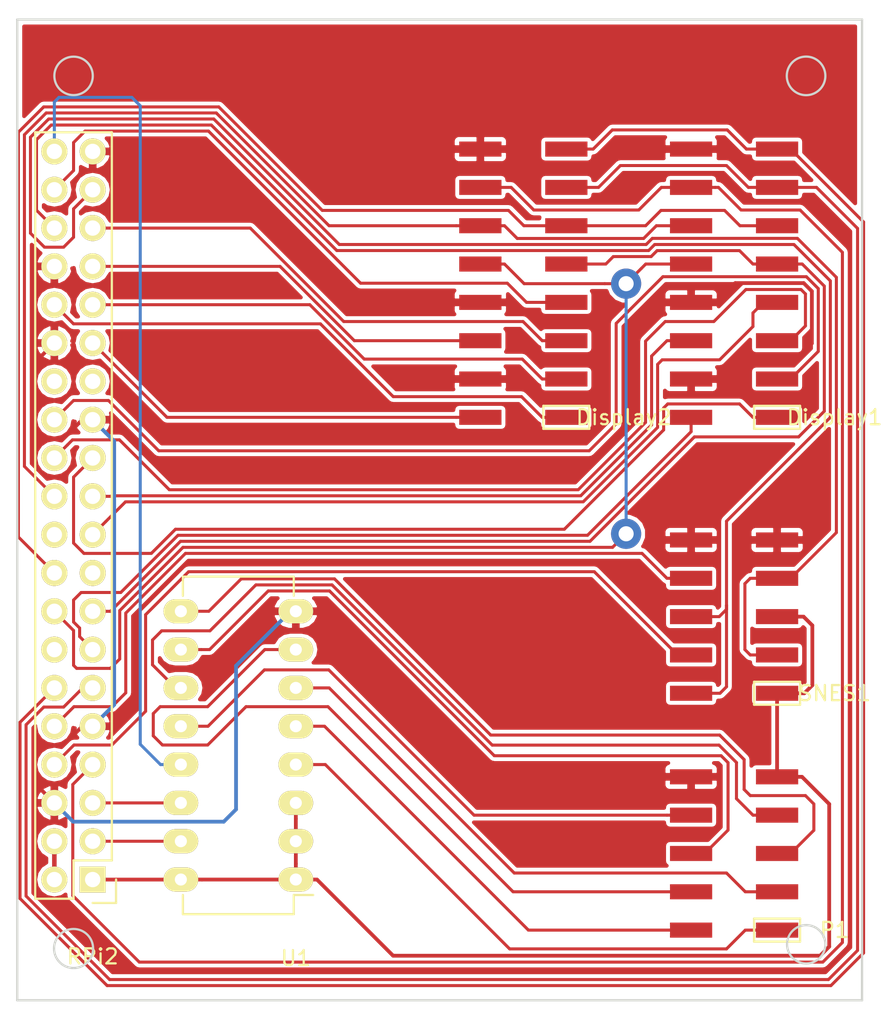
<source format=kicad_pcb>
(kicad_pcb (version 4) (host pcbnew "(2015-09-14 BZR 6197, Git 5bbf980)-product")

  (general
    (links 66)
    (no_connects 0)
    (area 98.8568 98.7044 157.619667 166.573201)
    (thickness 1.6)
    (drawings 8)
    (tracks 410)
    (zones 0)
    (modules 6)
    (nets 43)
  )

  (page A4)
  (title_block
    (title "Rpi2 adapter")
    (date 2015-10-09)
    (rev 0.1)
  )

  (layers
    (0 F.Cu signal)
    (31 B.Cu signal)
    (32 B.Adhes user)
    (33 F.Adhes user)
    (34 B.Paste user)
    (35 F.Paste user)
    (36 B.SilkS user)
    (37 F.SilkS user)
    (38 B.Mask user)
    (39 F.Mask user)
    (40 Dwgs.User user)
    (41 Cmts.User user)
    (42 Eco1.User user)
    (43 Eco2.User user)
    (44 Edge.Cuts user)
    (45 Margin user)
    (46 B.CrtYd user)
    (47 F.CrtYd user)
    (48 B.Fab user)
    (49 F.Fab user)
  )

  (setup
    (last_trace_width 0.2)
    (user_trace_width 0.25)
    (trace_clearance 0.2)
    (zone_clearance 0.254)
    (zone_45_only no)
    (trace_min 0.1)
    (segment_width 0.2)
    (edge_width 0.15)
    (via_size 0.6)
    (via_drill 0.4)
    (via_min_size 0.4)
    (via_min_drill 0.3)
    (uvia_size 0.3)
    (uvia_drill 0.1)
    (uvias_allowed no)
    (uvia_min_size 0.2)
    (uvia_min_drill 0.1)
    (pcb_text_width 0.3)
    (pcb_text_size 1.5 1.5)
    (mod_edge_width 0.15)
    (mod_text_size 1 1)
    (mod_text_width 0.15)
    (pad_size 1.7272 1.7272)
    (pad_drill 1.016)
    (pad_to_mask_clearance 0.2)
    (aux_axis_origin 0 0)
    (grid_origin 97.79 85.725)
    (visible_elements 7FFFFFFF)
    (pcbplotparams
      (layerselection 0x00030_80000001)
      (usegerberextensions false)
      (excludeedgelayer true)
      (linewidth 0.100000)
      (plotframeref false)
      (viasonmask false)
      (mode 1)
      (useauxorigin false)
      (hpglpennumber 1)
      (hpglpenspeed 20)
      (hpglpendiameter 15)
      (hpglpenoverlay 2)
      (psnegative false)
      (psa4output false)
      (plotreference true)
      (plotvalue true)
      (plotinvisibletext false)
      (padsonsilk false)
      (subtractmaskfromsilk false)
      (outputformat 1)
      (mirror false)
      (drillshape 0)
      (scaleselection 1)
      (outputdirectory ""))
  )

  (net 0 "")
  (net 1 [1]R0)
  (net 2 [1]G0)
  (net 3 [1]B0)
  (net 4 GND)
  (net 5 [1]R1)
  (net 6 [1]G1)
  (net 7 [1]B1)
  (net 8 A)
  (net 9 B)
  (net 10 C)
  (net 11 D)
  (net 12 CLK)
  (net 13 STB)
  (net 14 /OE)
  (net 15 [2]R0)
  (net 16 [2]G0)
  (net 17 [2]B0)
  (net 18 [2]R1)
  (net 19 [2]G1)
  (net 20 [2]B1)
  (net 21 3V3)
  (net 22 5V)
  (net 23 "Net-(RPi2-Pad3)")
  (net 24 "Net-(RPi2-Pad5)")
  (net 25 SNES_DATA0)
  (net 26 SNES_DATA1)
  (net 27 "Net-(RPi2-Pad27)")
  (net 28 "Net-(RPi2-Pad28)")
  (net 29 SNES_CLK)
  (net 30 SNES_LATCH)
  (net 31 "Net-(RPi2-Pad40)")
  (net 32 "Net-(P1-Pad1)")
  (net 33 "Net-(P1-Pad2)")
  (net 34 "Net-(P1-Pad3)")
  (net 35 "Net-(P1-Pad4)")
  (net 36 "Net-(P1-Pad5)")
  (net 37 "Net-(P1-Pad6)")
  (net 38 "Net-(P1-Pad7)")
  (net 39 "Net-(P1-Pad8)")
  (net 40 "Net-(RPi2-Pad17)")
  (net 41 "Net-(RPi2-Pad14)")
  (net 42 "Net-(RPi2-Pad20)")

  (net_class Default "This is the default net class."
    (clearance 0.2)
    (trace_width 0.2)
    (via_dia 0.6)
    (via_drill 0.4)
    (uvia_dia 0.3)
    (uvia_drill 0.1)
    (add_net /OE)
    (add_net A)
    (add_net B)
    (add_net C)
    (add_net CLK)
    (add_net D)
    (add_net "Net-(P1-Pad1)")
    (add_net "Net-(P1-Pad2)")
    (add_net "Net-(P1-Pad3)")
    (add_net "Net-(P1-Pad4)")
    (add_net "Net-(P1-Pad5)")
    (add_net "Net-(P1-Pad6)")
    (add_net "Net-(P1-Pad7)")
    (add_net "Net-(P1-Pad8)")
    (add_net "Net-(RPi2-Pad14)")
    (add_net "Net-(RPi2-Pad17)")
    (add_net "Net-(RPi2-Pad20)")
    (add_net "Net-(RPi2-Pad27)")
    (add_net "Net-(RPi2-Pad28)")
    (add_net "Net-(RPi2-Pad3)")
    (add_net "Net-(RPi2-Pad40)")
    (add_net "Net-(RPi2-Pad5)")
    (add_net SNES_CLK)
    (add_net SNES_DATA0)
    (add_net SNES_DATA1)
    (add_net SNES_LATCH)
    (add_net STB)
    (add_net [1]B0)
    (add_net [1]B1)
    (add_net [1]G0)
    (add_net [1]G1)
    (add_net [1]R0)
    (add_net [1]R1)
    (add_net [2]B0)
    (add_net [2]B1)
    (add_net [2]G0)
    (add_net [2]G1)
    (add_net [2]R0)
    (add_net [2]R1)
  )

  (net_class power ""
    (clearance 0.2)
    (trace_width 0.25)
    (via_dia 0.6)
    (via_drill 0.4)
    (uvia_dia 0.3)
    (uvia_drill 0.1)
    (add_net 3V3)
    (add_net 5V)
    (add_net GND)
  )

  (module Housings_DIP:DIP-16_W7.62mm_LongPads (layer F.Cu) (tedit 54130A77) (tstamp 5622C200)
    (at 118.4656 156.9974 180)
    (descr "16-lead dip package, row spacing 7.62 mm (300 mils), longer pads")
    (tags "dil dip 2.54 300")
    (path /5622BEDC)
    (fp_text reference U1 (at 0 -5.22 180) (layer F.SilkS)
      (effects (font (size 1 1) (thickness 0.15)))
    )
    (fp_text value PCF8574 (at 0 -3.72 180) (layer F.Fab)
      (effects (font (size 1 1) (thickness 0.15)))
    )
    (fp_line (start -1.4 -2.45) (end -1.4 20.25) (layer F.CrtYd) (width 0.05))
    (fp_line (start 9 -2.45) (end 9 20.25) (layer F.CrtYd) (width 0.05))
    (fp_line (start -1.4 -2.45) (end 9 -2.45) (layer F.CrtYd) (width 0.05))
    (fp_line (start -1.4 20.25) (end 9 20.25) (layer F.CrtYd) (width 0.05))
    (fp_line (start 0.135 -2.295) (end 0.135 -1.025) (layer F.SilkS) (width 0.15))
    (fp_line (start 7.485 -2.295) (end 7.485 -1.025) (layer F.SilkS) (width 0.15))
    (fp_line (start 7.485 20.075) (end 7.485 18.805) (layer F.SilkS) (width 0.15))
    (fp_line (start 0.135 20.075) (end 0.135 18.805) (layer F.SilkS) (width 0.15))
    (fp_line (start 0.135 -2.295) (end 7.485 -2.295) (layer F.SilkS) (width 0.15))
    (fp_line (start 0.135 20.075) (end 7.485 20.075) (layer F.SilkS) (width 0.15))
    (fp_line (start 0.135 -1.025) (end -1.15 -1.025) (layer F.SilkS) (width 0.15))
    (pad 1 thru_hole oval (at 0 0 180) (size 2.3 1.6) (drill 0.8) (layers *.Cu *.Mask F.SilkS)
      (net 21 3V3))
    (pad 2 thru_hole oval (at 0 2.54 180) (size 2.3 1.6) (drill 0.8) (layers *.Cu *.Mask F.SilkS)
      (net 21 3V3))
    (pad 3 thru_hole oval (at 0 5.08 180) (size 2.3 1.6) (drill 0.8) (layers *.Cu *.Mask F.SilkS)
      (net 21 3V3))
    (pad 4 thru_hole oval (at 0 7.62 180) (size 2.3 1.6) (drill 0.8) (layers *.Cu *.Mask F.SilkS)
      (net 32 "Net-(P1-Pad1)"))
    (pad 5 thru_hole oval (at 0 10.16 180) (size 2.3 1.6) (drill 0.8) (layers *.Cu *.Mask F.SilkS)
      (net 33 "Net-(P1-Pad2)"))
    (pad 6 thru_hole oval (at 0 12.7 180) (size 2.3 1.6) (drill 0.8) (layers *.Cu *.Mask F.SilkS)
      (net 34 "Net-(P1-Pad3)"))
    (pad 7 thru_hole oval (at 0 15.24 180) (size 2.3 1.6) (drill 0.8) (layers *.Cu *.Mask F.SilkS)
      (net 35 "Net-(P1-Pad4)"))
    (pad 8 thru_hole oval (at 0 17.78 180) (size 2.3 1.6) (drill 0.8) (layers *.Cu *.Mask F.SilkS)
      (net 4 GND))
    (pad 9 thru_hole oval (at 7.62 17.78 180) (size 2.3 1.6) (drill 0.8) (layers *.Cu *.Mask F.SilkS)
      (net 36 "Net-(P1-Pad5)"))
    (pad 10 thru_hole oval (at 7.62 15.24 180) (size 2.3 1.6) (drill 0.8) (layers *.Cu *.Mask F.SilkS)
      (net 37 "Net-(P1-Pad6)"))
    (pad 11 thru_hole oval (at 7.62 12.7 180) (size 2.3 1.6) (drill 0.8) (layers *.Cu *.Mask F.SilkS)
      (net 38 "Net-(P1-Pad7)"))
    (pad 12 thru_hole oval (at 7.62 10.16 180) (size 2.3 1.6) (drill 0.8) (layers *.Cu *.Mask F.SilkS)
      (net 39 "Net-(P1-Pad8)"))
    (pad 13 thru_hole oval (at 7.62 7.62 180) (size 2.3 1.6) (drill 0.8) (layers *.Cu *.Mask F.SilkS)
      (net 31 "Net-(RPi2-Pad40)"))
    (pad 14 thru_hole oval (at 7.62 5.08 180) (size 2.3 1.6) (drill 0.8) (layers *.Cu *.Mask F.SilkS)
      (net 24 "Net-(RPi2-Pad5)"))
    (pad 15 thru_hole oval (at 7.62 2.54 180) (size 2.3 1.6) (drill 0.8) (layers *.Cu *.Mask F.SilkS)
      (net 23 "Net-(RPi2-Pad3)"))
    (pad 16 thru_hole oval (at 7.62 0 180) (size 2.3 1.6) (drill 0.8) (layers *.Cu *.Mask F.SilkS)
      (net 21 3V3))
    (model Housings_DIP.3dshapes/DIP-16_W7.62mm_LongPads.wrl
      (at (xyz 0 0 0))
      (scale (xyz 1 1 1))
      (rotate (xyz 0 0 0))
    )
  )

  (module Pin_Headers_SMD:Pin_Header_SMD_02x05 (layer F.Cu) (tedit 5616A7B5) (tstamp 5622C1EC)
    (at 150.368 160.3502 180)
    (path /5622CBAD)
    (fp_text reference P1 (at -3.81 0 180) (layer F.SilkS)
      (effects (font (size 1 1) (thickness 0.15)))
    )
    (fp_text value CONN_02X05 (at 0 -2.032 180) (layer F.Fab)
      (effects (font (size 1 1) (thickness 0.15)))
    )
    (fp_line (start -1.524 -0.762) (end 1.524 -0.762) (layer F.SilkS) (width 0.15))
    (fp_line (start 1.524 -0.762) (end 1.524 0.762) (layer F.SilkS) (width 0.15))
    (fp_line (start 1.524 0.762) (end -1.524 0.762) (layer F.SilkS) (width 0.15))
    (fp_line (start -1.524 0.762) (end -1.524 -0.762) (layer F.SilkS) (width 0.15))
    (pad 1 smd rect (at 0 0 180) (size 2.8 1) (layers F.Cu F.Paste F.Mask)
      (net 32 "Net-(P1-Pad1)"))
    (pad 2 smd rect (at 5.7 0 180) (size 2.8 1) (layers F.Cu F.Paste F.Mask)
      (net 33 "Net-(P1-Pad2)"))
    (pad 3 smd rect (at 0 2.54 180) (size 2.8 1) (layers F.Cu F.Paste F.Mask)
      (net 34 "Net-(P1-Pad3)"))
    (pad 4 smd rect (at 5.7 2.54 180) (size 2.8 1) (layers F.Cu F.Paste F.Mask)
      (net 35 "Net-(P1-Pad4)"))
    (pad 5 smd rect (at 0 5.08 180) (size 2.8 1) (layers F.Cu F.Paste F.Mask)
      (net 36 "Net-(P1-Pad5)"))
    (pad 6 smd rect (at 5.7 5.08 180) (size 2.8 1) (layers F.Cu F.Paste F.Mask)
      (net 37 "Net-(P1-Pad6)"))
    (pad 7 smd rect (at 0 7.62 180) (size 2.8 1) (layers F.Cu F.Paste F.Mask)
      (net 38 "Net-(P1-Pad7)"))
    (pad 8 smd rect (at 5.7 7.62 180) (size 2.8 1) (layers F.Cu F.Paste F.Mask)
      (net 39 "Net-(P1-Pad8)"))
    (pad 9 smd rect (at 0 10.16 180) (size 2.8 1) (layers F.Cu F.Paste F.Mask)
      (net 21 3V3))
    (pad 10 smd rect (at 5.7 10.16 180) (size 2.8 1) (layers F.Cu F.Paste F.Mask)
      (net 4 GND))
  )

  (module Pin_Headers:Pin_Header_Straight_2x20 (layer F.Cu) (tedit 0) (tstamp 5616E89B)
    (at 105 157 180)
    (descr "Through hole pin header")
    (tags "pin header")
    (path /560C1B1B)
    (fp_text reference RPi2 (at 0 -5.1 180) (layer F.SilkS)
      (effects (font (size 1 1) (thickness 0.15)))
    )
    (fp_text value CONN_02X20 (at 0 -3.1 180) (layer F.Fab)
      (effects (font (size 1 1) (thickness 0.15)))
    )
    (fp_line (start -1.75 -1.75) (end -1.75 50.05) (layer F.CrtYd) (width 0.05))
    (fp_line (start 4.3 -1.75) (end 4.3 50.05) (layer F.CrtYd) (width 0.05))
    (fp_line (start -1.75 -1.75) (end 4.3 -1.75) (layer F.CrtYd) (width 0.05))
    (fp_line (start -1.75 50.05) (end 4.3 50.05) (layer F.CrtYd) (width 0.05))
    (fp_line (start 3.81 49.53) (end 3.81 -1.27) (layer F.SilkS) (width 0.15))
    (fp_line (start -1.27 1.27) (end -1.27 49.53) (layer F.SilkS) (width 0.15))
    (fp_line (start 3.81 49.53) (end -1.27 49.53) (layer F.SilkS) (width 0.15))
    (fp_line (start 3.81 -1.27) (end 1.27 -1.27) (layer F.SilkS) (width 0.15))
    (fp_line (start 0 -1.55) (end -1.55 -1.55) (layer F.SilkS) (width 0.15))
    (fp_line (start 1.27 -1.27) (end 1.27 1.27) (layer F.SilkS) (width 0.15))
    (fp_line (start 1.27 1.27) (end -1.27 1.27) (layer F.SilkS) (width 0.15))
    (fp_line (start -1.55 -1.55) (end -1.55 0) (layer F.SilkS) (width 0.15))
    (pad 1 thru_hole rect (at 0 0 180) (size 1.7272 1.7272) (drill 1.016) (layers *.Cu *.Mask F.SilkS)
      (net 21 3V3))
    (pad 2 thru_hole oval (at 2.54 0 180) (size 1.7272 1.7272) (drill 1.016) (layers *.Cu *.Mask F.SilkS)
      (net 22 5V))
    (pad 3 thru_hole oval (at 0 2.54 180) (size 1.7272 1.7272) (drill 1.016) (layers *.Cu *.Mask F.SilkS)
      (net 23 "Net-(RPi2-Pad3)"))
    (pad 4 thru_hole oval (at 2.54 2.54 180) (size 1.7272 1.7272) (drill 1.016) (layers *.Cu *.Mask F.SilkS)
      (net 22 5V))
    (pad 5 thru_hole oval (at 0 5.08 180) (size 1.7272 1.7272) (drill 1.016) (layers *.Cu *.Mask F.SilkS)
      (net 24 "Net-(RPi2-Pad5)"))
    (pad 6 thru_hole oval (at 2.54 5.08 180) (size 1.7272 1.7272) (drill 1.016) (layers *.Cu *.Mask F.SilkS)
      (net 4 GND))
    (pad 7 thru_hole oval (at 0 7.62 180) (size 1.7272 1.7272) (drill 1.016) (layers *.Cu *.Mask F.SilkS)
      (net 13 STB))
    (pad 8 thru_hole oval (at 2.54 7.62 180) (size 1.7272 1.7272) (drill 1.016) (layers *.Cu *.Mask F.SilkS)
      (net 25 SNES_DATA0))
    (pad 9 thru_hole oval (at 0 10.16 180) (size 1.7272 1.7272) (drill 1.016) (layers *.Cu *.Mask F.SilkS)
      (net 4 GND))
    (pad 10 thru_hole oval (at 2.54 10.16 180) (size 1.7272 1.7272) (drill 1.016) (layers *.Cu *.Mask F.SilkS)
      (net 26 SNES_DATA1))
    (pad 11 thru_hole oval (at 0 12.7 180) (size 1.7272 1.7272) (drill 1.016) (layers *.Cu *.Mask F.SilkS)
      (net 12 CLK))
    (pad 12 thru_hole oval (at 2.54 12.7 180) (size 1.7272 1.7272) (drill 1.016) (layers *.Cu *.Mask F.SilkS)
      (net 14 /OE))
    (pad 13 thru_hole oval (at 0 15.24 180) (size 1.7272 1.7272) (drill 1.016) (layers *.Cu *.Mask F.SilkS)
      (net 2 [1]G0))
    (pad 14 thru_hole oval (at 2.54 15.24 180) (size 1.7272 1.7272) (drill 1.016) (layers *.Cu *.Mask F.SilkS)
      (net 41 "Net-(RPi2-Pad14)"))
    (pad 15 thru_hole oval (at 0 17.78 180) (size 1.7272 1.7272) (drill 1.016) (layers *.Cu *.Mask F.SilkS)
      (net 8 A))
    (pad 16 thru_hole oval (at 2.54 17.78 180) (size 1.7272 1.7272) (drill 1.016) (layers *.Cu *.Mask F.SilkS)
      (net 9 B))
    (pad 17 thru_hole oval (at 0 20.32 180) (size 1.7272 1.7272) (drill 1.016) (layers *.Cu *.Mask F.SilkS)
      (net 40 "Net-(RPi2-Pad17)"))
    (pad 18 thru_hole oval (at 2.54 20.32 180) (size 1.7272 1.7272) (drill 1.016) (layers *.Cu *.Mask F.SilkS)
      (net 10 C))
    (pad 19 thru_hole oval (at 0 22.86 180) (size 1.7272 1.7272) (drill 1.016) (layers *.Cu *.Mask F.SilkS)
      (net 7 [1]B1))
    (pad 20 thru_hole oval (at 2.54 22.86 180) (size 1.7272 1.7272) (drill 1.016) (layers *.Cu *.Mask F.SilkS)
      (net 42 "Net-(RPi2-Pad20)"))
    (pad 21 thru_hole oval (at 0 25.4 180) (size 1.7272 1.7272) (drill 1.016) (layers *.Cu *.Mask F.SilkS)
      (net 6 [1]G1))
    (pad 22 thru_hole oval (at 2.54 25.4 180) (size 1.7272 1.7272) (drill 1.016) (layers *.Cu *.Mask F.SilkS)
      (net 11 D))
    (pad 23 thru_hole oval (at 0 27.94 180) (size 1.7272 1.7272) (drill 1.016) (layers *.Cu *.Mask F.SilkS)
      (net 1 [1]R0))
    (pad 24 thru_hole oval (at 2.54 27.94 180) (size 1.7272 1.7272) (drill 1.016) (layers *.Cu *.Mask F.SilkS)
      (net 5 [1]R1))
    (pad 25 thru_hole oval (at 0 30.48 180) (size 1.7272 1.7272) (drill 1.016) (layers *.Cu *.Mask F.SilkS)
      (net 4 GND))
    (pad 26 thru_hole oval (at 2.54 30.48 180) (size 1.7272 1.7272) (drill 1.016) (layers *.Cu *.Mask F.SilkS)
      (net 3 [1]B0))
    (pad 27 thru_hole oval (at 0 33.02 180) (size 1.7272 1.7272) (drill 1.016) (layers *.Cu *.Mask F.SilkS)
      (net 27 "Net-(RPi2-Pad27)"))
    (pad 28 thru_hole oval (at 2.54 33.02 180) (size 1.7272 1.7272) (drill 1.016) (layers *.Cu *.Mask F.SilkS)
      (net 28 "Net-(RPi2-Pad28)"))
    (pad 29 thru_hole oval (at 0 35.56 180) (size 1.7272 1.7272) (drill 1.016) (layers *.Cu *.Mask F.SilkS)
      (net 16 [2]G0))
    (pad 30 thru_hole oval (at 2.54 35.56 180) (size 1.7272 1.7272) (drill 1.016) (layers *.Cu *.Mask F.SilkS)
      (net 4 GND))
    (pad 31 thru_hole oval (at 0 38.1 180) (size 1.7272 1.7272) (drill 1.016) (layers *.Cu *.Mask F.SilkS)
      (net 17 [2]B0))
    (pad 32 thru_hole oval (at 2.54 38.1 180) (size 1.7272 1.7272) (drill 1.016) (layers *.Cu *.Mask F.SilkS)
      (net 15 [2]R0))
    (pad 33 thru_hole oval (at 0 40.64 180) (size 1.7272 1.7272) (drill 1.016) (layers *.Cu *.Mask F.SilkS)
      (net 19 [2]G1))
    (pad 34 thru_hole oval (at 2.54 40.64 180) (size 1.7272 1.7272) (drill 1.016) (layers *.Cu *.Mask F.SilkS)
      (net 4 GND))
    (pad 35 thru_hole oval (at 0 43.18 180) (size 1.7272 1.7272) (drill 1.016) (layers *.Cu *.Mask F.SilkS)
      (net 18 [2]R1))
    (pad 36 thru_hole oval (at 2.54 43.18 180) (size 1.7272 1.7272) (drill 1.016) (layers *.Cu *.Mask F.SilkS)
      (net 29 SNES_CLK))
    (pad 37 thru_hole oval (at 0 45.72 180) (size 1.7272 1.7272) (drill 1.016) (layers *.Cu *.Mask F.SilkS)
      (net 30 SNES_LATCH))
    (pad 38 thru_hole oval (at 2.54 45.72 180) (size 1.7272 1.7272) (drill 1.016) (layers *.Cu *.Mask F.SilkS)
      (net 20 [2]B1))
    (pad 39 thru_hole oval (at 0 48.26 180) (size 1.7272 1.7272) (drill 1.016) (layers *.Cu *.Mask F.SilkS)
      (net 4 GND))
    (pad 40 thru_hole oval (at 2.54 48.26 180) (size 1.7272 1.7272) (drill 1.016) (layers *.Cu *.Mask F.SilkS)
      (net 31 "Net-(RPi2-Pad40)"))
    (model Pin_Headers.3dshapes/Pin_Header_Straight_2x20.wrl
      (at (xyz 0.05 -0.95 0))
      (scale (xyz 1 1 1))
      (rotate (xyz 0 0 90))
    )
  )

  (module Pin_Headers_SMD:Pin_Header_SMD_02x08 (layer F.Cu) (tedit 5616A7EE) (tstamp 5616E863)
    (at 136.398 126.365 180)
    (path /560D63B1)
    (fp_text reference Display2 (at -3.81 0 180) (layer F.SilkS)
      (effects (font (size 1 1) (thickness 0.15)))
    )
    (fp_text value CONN_02X08 (at 0 -2.032 180) (layer F.Fab)
      (effects (font (size 1 1) (thickness 0.15)))
    )
    (fp_line (start -1.524 -0.762) (end 1.524 -0.762) (layer F.SilkS) (width 0.15))
    (fp_line (start 1.524 -0.762) (end 1.524 0.762) (layer F.SilkS) (width 0.15))
    (fp_line (start 1.524 0.762) (end -1.524 0.762) (layer F.SilkS) (width 0.15))
    (fp_line (start -1.524 0.762) (end -1.524 -0.762) (layer F.SilkS) (width 0.15))
    (pad 1 smd rect (at 0 0 180) (size 2.8 1) (layers F.Cu F.Paste F.Mask)
      (net 15 [2]R0))
    (pad 2 smd rect (at 5.7 0 180) (size 2.8 1) (layers F.Cu F.Paste F.Mask)
      (net 16 [2]G0))
    (pad 3 smd rect (at 0 2.54 180) (size 2.8 1) (layers F.Cu F.Paste F.Mask)
      (net 17 [2]B0))
    (pad 4 smd rect (at 5.7 2.54 180) (size 2.8 1) (layers F.Cu F.Paste F.Mask)
      (net 4 GND))
    (pad 5 smd rect (at 0 5.08 180) (size 2.8 1) (layers F.Cu F.Paste F.Mask)
      (net 18 [2]R1))
    (pad 6 smd rect (at 5.7 5.08 180) (size 2.8 1) (layers F.Cu F.Paste F.Mask)
      (net 19 [2]G1))
    (pad 7 smd rect (at 0 7.62 180) (size 2.8 1) (layers F.Cu F.Paste F.Mask)
      (net 20 [2]B1))
    (pad 8 smd rect (at 5.7 7.62 180) (size 2.8 1) (layers F.Cu F.Paste F.Mask)
      (net 4 GND))
    (pad 9 smd rect (at 0 10.16 180) (size 2.8 1) (layers F.Cu F.Paste F.Mask)
      (net 8 A))
    (pad 10 smd rect (at 5.7 10.16 180) (size 2.8 1) (layers F.Cu F.Paste F.Mask)
      (net 9 B))
    (pad 11 smd rect (at 0 12.7 180) (size 2.8 1) (layers F.Cu F.Paste F.Mask)
      (net 10 C))
    (pad 12 smd rect (at 5.7 12.7 180) (size 2.8 1) (layers F.Cu F.Paste F.Mask)
      (net 11 D))
    (pad 13 smd rect (at 0 15.24 180) (size 2.8 1) (layers F.Cu F.Paste F.Mask)
      (net 12 CLK))
    (pad 14 smd rect (at 5.7 15.24 180) (size 2.8 1) (layers F.Cu F.Paste F.Mask)
      (net 13 STB))
    (pad 15 smd rect (at 0 17.78 180) (size 2.8 1) (layers F.Cu F.Paste F.Mask)
      (net 14 /OE))
    (pad 16 smd rect (at 5.7 17.78 180) (size 2.8 1) (layers F.Cu F.Paste F.Mask)
      (net 4 GND))
  )

  (module Pin_Headers_SMD:Pin_Header_SMD_02x05 (layer F.Cu) (tedit 5616A7B5) (tstamp 5616E8AD)
    (at 150.368 144.653 180)
    (path /560D6693)
    (fp_text reference SNES1 (at -3.81 0 180) (layer F.SilkS)
      (effects (font (size 1 1) (thickness 0.15)))
    )
    (fp_text value CONN_02X05 (at 0 -2.032 180) (layer F.Fab)
      (effects (font (size 1 1) (thickness 0.15)))
    )
    (fp_line (start -1.524 -0.762) (end 1.524 -0.762) (layer F.SilkS) (width 0.15))
    (fp_line (start 1.524 -0.762) (end 1.524 0.762) (layer F.SilkS) (width 0.15))
    (fp_line (start 1.524 0.762) (end -1.524 0.762) (layer F.SilkS) (width 0.15))
    (fp_line (start -1.524 0.762) (end -1.524 -0.762) (layer F.SilkS) (width 0.15))
    (pad 1 smd rect (at 0 0 180) (size 2.8 1) (layers F.Cu F.Paste F.Mask)
      (net 21 3V3))
    (pad 2 smd rect (at 5.7 0 180) (size 2.8 1) (layers F.Cu F.Paste F.Mask)
      (net 29 SNES_CLK))
    (pad 3 smd rect (at 0 2.54 180) (size 2.8 1) (layers F.Cu F.Paste F.Mask)
      (net 30 SNES_LATCH))
    (pad 4 smd rect (at 5.7 2.54 180) (size 2.8 1) (layers F.Cu F.Paste F.Mask)
      (net 25 SNES_DATA0))
    (pad 5 smd rect (at 0 5.08 180) (size 2.8 1) (layers F.Cu F.Paste F.Mask)
      (net 21 3V3))
    (pad 6 smd rect (at 5.7 5.08 180) (size 2.8 1) (layers F.Cu F.Paste F.Mask)
      (net 29 SNES_CLK))
    (pad 7 smd rect (at 0 7.62 180) (size 2.8 1) (layers F.Cu F.Paste F.Mask)
      (net 30 SNES_LATCH))
    (pad 8 smd rect (at 5.7 7.62 180) (size 2.8 1) (layers F.Cu F.Paste F.Mask)
      (net 26 SNES_DATA1))
    (pad 9 smd rect (at 0 10.16 180) (size 2.8 1) (layers F.Cu F.Paste F.Mask)
      (net 4 GND))
    (pad 10 smd rect (at 5.7 10.16 180) (size 2.8 1) (layers F.Cu F.Paste F.Mask)
      (net 4 GND))
  )

  (module Pin_Headers_SMD:Pin_Header_SMD_02x08 (layer F.Cu) (tedit 5616A7EE) (tstamp 5616E84B)
    (at 150.368 126.365 180)
    (path /560D62F4)
    (fp_text reference Display1 (at -3.81 0 180) (layer F.SilkS)
      (effects (font (size 1 1) (thickness 0.15)))
    )
    (fp_text value CONN_02X08 (at 0 -2.032 180) (layer F.Fab)
      (effects (font (size 1 1) (thickness 0.15)))
    )
    (fp_line (start -1.524 -0.762) (end 1.524 -0.762) (layer F.SilkS) (width 0.15))
    (fp_line (start 1.524 -0.762) (end 1.524 0.762) (layer F.SilkS) (width 0.15))
    (fp_line (start 1.524 0.762) (end -1.524 0.762) (layer F.SilkS) (width 0.15))
    (fp_line (start -1.524 0.762) (end -1.524 -0.762) (layer F.SilkS) (width 0.15))
    (pad 1 smd rect (at 0 0 180) (size 2.8 1) (layers F.Cu F.Paste F.Mask)
      (net 1 [1]R0))
    (pad 2 smd rect (at 5.7 0 180) (size 2.8 1) (layers F.Cu F.Paste F.Mask)
      (net 2 [1]G0))
    (pad 3 smd rect (at 0 2.54 180) (size 2.8 1) (layers F.Cu F.Paste F.Mask)
      (net 3 [1]B0))
    (pad 4 smd rect (at 5.7 2.54 180) (size 2.8 1) (layers F.Cu F.Paste F.Mask)
      (net 4 GND))
    (pad 5 smd rect (at 0 5.08 180) (size 2.8 1) (layers F.Cu F.Paste F.Mask)
      (net 5 [1]R1))
    (pad 6 smd rect (at 5.7 5.08 180) (size 2.8 1) (layers F.Cu F.Paste F.Mask)
      (net 6 [1]G1))
    (pad 7 smd rect (at 0 7.62 180) (size 2.8 1) (layers F.Cu F.Paste F.Mask)
      (net 7 [1]B1))
    (pad 8 smd rect (at 5.7 7.62 180) (size 2.8 1) (layers F.Cu F.Paste F.Mask)
      (net 4 GND))
    (pad 9 smd rect (at 0 10.16 180) (size 2.8 1) (layers F.Cu F.Paste F.Mask)
      (net 8 A))
    (pad 10 smd rect (at 5.7 10.16 180) (size 2.8 1) (layers F.Cu F.Paste F.Mask)
      (net 9 B))
    (pad 11 smd rect (at 0 12.7 180) (size 2.8 1) (layers F.Cu F.Paste F.Mask)
      (net 10 C))
    (pad 12 smd rect (at 5.7 12.7 180) (size 2.8 1) (layers F.Cu F.Paste F.Mask)
      (net 11 D))
    (pad 13 smd rect (at 0 15.24 180) (size 2.8 1) (layers F.Cu F.Paste F.Mask)
      (net 12 CLK))
    (pad 14 smd rect (at 5.7 15.24 180) (size 2.8 1) (layers F.Cu F.Paste F.Mask)
      (net 13 STB))
    (pad 15 smd rect (at 0 17.78 180) (size 2.8 1) (layers F.Cu F.Paste F.Mask)
      (net 14 /OE))
    (pad 16 smd rect (at 5.7 17.78 180) (size 2.8 1) (layers F.Cu F.Paste F.Mask)
      (net 4 GND))
  )

  (gr_circle (center 152.2984 161.29) (end 153.5684 161.3408) (layer Edge.Cuts) (width 0.15))
  (gr_circle (center 152.289289 103.7336) (end 152.136889 102.4636) (layer Edge.Cuts) (width 0.15))
  (gr_circle (center 103.7336 103.7336) (end 102.4636 103.8352) (layer Edge.Cuts) (width 0.15))
  (gr_circle (center 103.7336 161.5694) (end 102.4636 161.8234) (layer Edge.Cuts) (width 0.15))
  (gr_line (start 100 100) (end 156 100) (angle 90) (layer Edge.Cuts) (width 0.15))
  (gr_line (start 156 100) (end 156 165) (angle 90) (layer Edge.Cuts) (width 0.15))
  (gr_line (start 156 165) (end 100 165) (angle 90) (layer Edge.Cuts) (width 0.15))
  (gr_line (start 100 165) (end 100 100) (angle 90) (layer Edge.Cuts) (width 0.15))

  (segment (start 103.7336 134.6962) (end 103.7336 130.3264) (width 0.2) (layer F.Cu) (net 1))
  (segment (start 110.487644 133.781956) (end 108.8876 135.382) (width 0.2) (layer F.Cu) (net 1))
  (segment (start 104.4194 135.382) (end 103.7336 134.6962) (width 0.2) (layer F.Cu) (net 1))
  (segment (start 150.368 126.365) (end 148.768 126.365) (width 0.2) (layer F.Cu) (net 1))
  (segment (start 103.7336 130.3264) (end 104.136401 129.923599) (width 0.2) (layer F.Cu) (net 1))
  (segment (start 108.8876 135.382) (end 104.4194 135.382) (width 0.2) (layer F.Cu) (net 1))
  (segment (start 104.136401 129.923599) (end 105 129.06) (width 0.2) (layer F.Cu) (net 1))
  (segment (start 143.116998 125.476) (end 142.8496 125.743398) (width 0.2) (layer F.Cu) (net 1))
  (segment (start 142.8496 125.743398) (end 142.8496 127.1963) (width 0.2) (layer F.Cu) (net 1))
  (segment (start 142.8496 127.1963) (end 136.263944 133.781956) (width 0.2) (layer F.Cu) (net 1))
  (segment (start 147.879 125.476) (end 143.116998 125.476) (width 0.2) (layer F.Cu) (net 1))
  (segment (start 136.263944 133.781956) (end 110.487644 133.781956) (width 0.2) (layer F.Cu) (net 1))
  (segment (start 148.768 126.365) (end 147.879 125.476) (width 0.2) (layer F.Cu) (net 1))
  (segment (start 104.234078 137.9728) (end 103.7336 138.473278) (width 0.2) (layer F.Cu) (net 2))
  (segment (start 110.653333 134.181967) (end 106.8625 137.9728) (width 0.2) (layer F.Cu) (net 2))
  (segment (start 144.668 126.365) (end 144.668 127.3152) (width 0.2) (layer F.Cu) (net 2))
  (segment (start 103.7336 139.9279) (end 104.136401 140.330701) (width 0.2) (layer F.Cu) (net 2))
  (segment (start 144.668 127.3152) (end 137.801233 134.181967) (width 0.2) (layer F.Cu) (net 2))
  (segment (start 137.801233 134.181967) (end 110.653333 134.181967) (width 0.2) (layer F.Cu) (net 2))
  (segment (start 106.8625 137.9728) (end 104.234078 137.9728) (width 0.2) (layer F.Cu) (net 2))
  (segment (start 103.7336 138.473278) (end 103.7336 139.9279) (width 0.2) (layer F.Cu) (net 2))
  (segment (start 104.136401 140.330701) (end 104.136401 140.896401) (width 0.2) (layer F.Cu) (net 2))
  (segment (start 104.136401 140.896401) (end 105 141.76) (width 0.2) (layer F.Cu) (net 2))
  (segment (start 150.368 123.825) (end 151.268 123.825) (width 0.2) (layer F.Cu) (net 3))
  (segment (start 139.7 120.142) (end 139.7 126.7968) (width 0.2) (layer F.Cu) (net 3))
  (segment (start 151.268 123.825) (end 153.09762 121.99538) (width 0.2) (layer F.Cu) (net 3))
  (segment (start 153.09762 121.99538) (end 153.09762 117.832506) (width 0.2) (layer F.Cu) (net 3))
  (segment (start 153.09762 117.832506) (end 152.308314 117.0432) (width 0.2) (layer F.Cu) (net 3))
  (segment (start 152.308314 117.0432) (end 142.7988 117.0432) (width 0.2) (layer F.Cu) (net 3))
  (segment (start 142.7988 117.0432) (end 139.7 120.142) (width 0.2) (layer F.Cu) (net 3))
  (segment (start 109.378789 128.581189) (end 106.045 125.2474) (width 0.2) (layer F.Cu) (net 3))
  (segment (start 139.7 126.7968) (end 137.915611 128.581189) (width 0.2) (layer F.Cu) (net 3))
  (segment (start 137.915611 128.581189) (end 109.378789 128.581189) (width 0.2) (layer F.Cu) (net 3))
  (segment (start 106.045 125.2474) (end 103.7326 125.2474) (width 0.2) (layer F.Cu) (net 3))
  (segment (start 103.323599 125.656401) (end 102.46 126.52) (width 0.2) (layer F.Cu) (net 3))
  (segment (start 103.7326 125.2474) (end 103.323599 125.656401) (width 0.2) (layer F.Cu) (net 3))
  (segment (start 147.594789 117.468211) (end 146.318 118.745) (width 0.25) (layer F.Cu) (net 4))
  (segment (start 152.132269 117.468211) (end 147.594789 117.468211) (width 0.25) (layer F.Cu) (net 4))
  (segment (start 152.67261 118.008552) (end 152.132269 117.468211) (width 0.25) (layer F.Cu) (net 4))
  (segment (start 152.672611 121.461045) (end 152.67261 118.008552) (width 0.25) (layer F.Cu) (net 4))
  (segment (start 151.502456 122.6312) (end 152.672611 121.461045) (width 0.25) (layer F.Cu) (net 4))
  (segment (start 147.9804 122.6312) (end 151.502456 122.6312) (width 0.25) (layer F.Cu) (net 4))
  (segment (start 146.7866 123.825) (end 147.9804 122.6312) (width 0.25) (layer F.Cu) (net 4))
  (segment (start 146.318 118.745) (end 144.668 118.745) (width 0.25) (layer F.Cu) (net 4))
  (segment (start 144.668 123.825) (end 146.7866 123.825) (width 0.25) (layer F.Cu) (net 4))
  (segment (start 105 146.84) (end 106.426 145.414) (width 0.25) (layer B.Cu) (net 4))
  (segment (start 106.426 145.414) (end 106.426 127.946) (width 0.25) (layer B.Cu) (net 4))
  (segment (start 106.426 127.946) (end 105.863599 127.383599) (width 0.25) (layer B.Cu) (net 4))
  (segment (start 105.863599 127.383599) (end 105 126.52) (width 0.25) (layer B.Cu) (net 4))
  (segment (start 118.4656 139.2174) (end 118.1156 139.2174) (width 0.25) (layer B.Cu) (net 4))
  (segment (start 118.1156 139.2174) (end 114.5032 142.8298) (width 0.25) (layer B.Cu) (net 4))
  (segment (start 114.5032 142.8298) (end 114.5032 152.3492) (width 0.25) (layer B.Cu) (net 4))
  (segment (start 114.5032 152.3492) (end 113.6904 153.162) (width 0.25) (layer B.Cu) (net 4))
  (segment (start 113.6904 153.162) (end 103.702 153.162) (width 0.25) (layer B.Cu) (net 4))
  (segment (start 103.702 153.162) (end 103.323599 152.783599) (width 0.25) (layer B.Cu) (net 4))
  (segment (start 103.323599 152.783599) (end 102.46 151.92) (width 0.25) (layer B.Cu) (net 4))
  (segment (start 105 146.84) (end 104.3152 146.84) (width 0.25) (layer F.Cu) (net 4))
  (segment (start 104.3152 146.84) (end 103.0224 148.1328) (width 0.25) (layer F.Cu) (net 4))
  (segment (start 101.596401 151.056401) (end 102.46 151.92) (width 0.25) (layer F.Cu) (net 4))
  (segment (start 103.0224 148.1328) (end 101.6508 148.1328) (width 0.25) (layer F.Cu) (net 4))
  (segment (start 101.6508 148.1328) (end 101.1428 148.6408) (width 0.25) (layer F.Cu) (net 4))
  (segment (start 101.1428 148.6408) (end 101.1428 150.6028) (width 0.25) (layer F.Cu) (net 4))
  (segment (start 101.1428 150.6028) (end 101.596401 151.056401) (width 0.25) (layer F.Cu) (net 4))
  (segment (start 105 126.52) (end 104.972 126.492) (width 0.25) (layer F.Cu) (net 4))
  (segment (start 104.2924 126.5428) (end 103.0732 127.762) (width 0.25) (layer F.Cu) (net 4))
  (segment (start 104.972 126.492) (end 104.2924 126.492) (width 0.25) (layer F.Cu) (net 4))
  (segment (start 104.2924 126.492) (end 104.2924 126.5428) (width 0.25) (layer F.Cu) (net 4))
  (segment (start 103.0732 127.762) (end 101.7524 127.762) (width 0.25) (layer F.Cu) (net 4))
  (segment (start 101.7524 127.762) (end 101.092 127.1016) (width 0.25) (layer F.Cu) (net 4))
  (segment (start 101.092 127.1016) (end 101.092 122.808) (width 0.25) (layer F.Cu) (net 4))
  (segment (start 101.092 122.808) (end 101.596401 122.303599) (width 0.25) (layer F.Cu) (net 4))
  (segment (start 101.596401 122.303599) (end 102.46 121.44) (width 0.25) (layer F.Cu) (net 4))
  (segment (start 105 108.74) (end 105.155 108.585) (width 0.25) (layer F.Cu) (net 4))
  (segment (start 152.2476 120.3054) (end 152.2476 118.184598) (width 0.2) (layer F.Cu) (net 5))
  (segment (start 106.775211 127.857211) (end 103.662789 127.857211) (width 0.2) (layer F.Cu) (net 5))
  (segment (start 146.177 120.015) (end 142.9512 120.015) (width 0.2) (layer F.Cu) (net 5))
  (segment (start 103.323599 128.196401) (end 102.46 129.06) (width 0.2) (layer F.Cu) (net 5))
  (segment (start 152.2476 118.184598) (end 151.956224 117.893222) (width 0.2) (layer F.Cu) (net 5))
  (segment (start 142.9512 120.015) (end 141.649567 121.316633) (width 0.2) (layer F.Cu) (net 5))
  (segment (start 110.0836 131.1656) (end 106.775211 127.857211) (width 0.2) (layer F.Cu) (net 5))
  (segment (start 141.649567 121.316633) (end 141.649567 126.699233) (width 0.2) (layer F.Cu) (net 5))
  (segment (start 148.298778 117.893222) (end 146.177 120.015) (width 0.2) (layer F.Cu) (net 5))
  (segment (start 103.662789 127.857211) (end 103.323599 128.196401) (width 0.2) (layer F.Cu) (net 5))
  (segment (start 151.956224 117.893222) (end 148.298778 117.893222) (width 0.2) (layer F.Cu) (net 5))
  (segment (start 151.268 121.285) (end 152.2476 120.3054) (width 0.2) (layer F.Cu) (net 5))
  (segment (start 150.368 121.285) (end 151.268 121.285) (width 0.2) (layer F.Cu) (net 5))
  (segment (start 141.649567 126.699233) (end 137.1832 131.1656) (width 0.2) (layer F.Cu) (net 5))
  (segment (start 137.1832 131.1656) (end 110.0836 131.1656) (width 0.2) (layer F.Cu) (net 5))
  (segment (start 105 131.6) (end 106.221314 131.6) (width 0.2) (layer F.Cu) (net 6))
  (segment (start 142.049578 126.864922) (end 142.049578 122.303422) (width 0.2) (layer F.Cu) (net 6))
  (segment (start 106.221314 131.6) (end 106.255703 131.565611) (width 0.2) (layer F.Cu) (net 6))
  (segment (start 137.348889 131.565611) (end 142.049578 126.864922) (width 0.2) (layer F.Cu) (net 6))
  (segment (start 143.068 121.285) (end 144.668 121.285) (width 0.2) (layer F.Cu) (net 6))
  (segment (start 106.255703 131.565611) (end 137.348889 131.565611) (width 0.2) (layer F.Cu) (net 6))
  (segment (start 142.049578 122.303422) (end 143.068 121.285) (width 0.2) (layer F.Cu) (net 6))
  (segment (start 105.863599 133.276401) (end 105 134.14) (width 0.2) (layer F.Cu) (net 7))
  (segment (start 148.768 120.345) (end 146.558 122.555) (width 0.2) (layer F.Cu) (net 7))
  (segment (start 142.449589 127.030611) (end 137.514578 131.965622) (width 0.2) (layer F.Cu) (net 7))
  (segment (start 137.514578 131.965622) (end 107.174378 131.965622) (width 0.2) (layer F.Cu) (net 7))
  (segment (start 142.748 122.555) (end 142.449589 122.853411) (width 0.2) (layer F.Cu) (net 7))
  (segment (start 148.768 119.445) (end 148.768 120.345) (width 0.2) (layer F.Cu) (net 7))
  (segment (start 146.558 122.555) (end 142.748 122.555) (width 0.2) (layer F.Cu) (net 7))
  (segment (start 150.368 118.745) (end 149.468 118.745) (width 0.2) (layer F.Cu) (net 7))
  (segment (start 149.468 118.745) (end 148.768 119.445) (width 0.2) (layer F.Cu) (net 7))
  (segment (start 142.449589 122.853411) (end 142.449589 127.030611) (width 0.2) (layer F.Cu) (net 7))
  (segment (start 107.174378 131.965622) (end 105.863599 133.276401) (width 0.2) (layer F.Cu) (net 7))
  (segment (start 153.497629 117.666815) (end 152.035814 116.205) (width 0.2) (layer F.Cu) (net 8))
  (segment (start 153.497629 125.958467) (end 153.497629 117.666815) (width 0.2) (layer F.Cu) (net 8))
  (segment (start 106.181 139.22) (end 110.819022 134.581978) (width 0.2) (layer F.Cu) (net 8))
  (segment (start 110.819022 134.581978) (end 137.966922 134.581978) (width 0.2) (layer F.Cu) (net 8))
  (segment (start 151.795696 127.6604) (end 153.497629 125.958467) (width 0.2) (layer F.Cu) (net 8))
  (segment (start 137.966922 134.581978) (end 144.8885 127.6604) (width 0.2) (layer F.Cu) (net 8))
  (segment (start 144.8885 127.6604) (end 151.795696 127.6604) (width 0.2) (layer F.Cu) (net 8))
  (segment (start 152.035814 116.205) (end 151.968 116.205) (width 0.2) (layer F.Cu) (net 8))
  (segment (start 151.968 116.205) (end 150.368 116.205) (width 0.2) (layer F.Cu) (net 8))
  (segment (start 105 139.22) (end 106.181 139.22) (width 0.2) (layer F.Cu) (net 8))
  (segment (start 150.368 116.205) (end 148.768 116.205) (width 0.2) (layer F.Cu) (net 8))
  (segment (start 139.0142 116.205) (end 136.398 116.205) (width 0.2) (layer F.Cu) (net 8))
  (segment (start 148.768 116.205) (end 147.879 115.316) (width 0.2) (layer F.Cu) (net 8))
  (segment (start 147.879 115.316) (end 142.4131 115.316) (width 0.2) (layer F.Cu) (net 8))
  (segment (start 142.4131 115.316) (end 142.019478 115.709622) (width 0.2) (layer F.Cu) (net 8))
  (segment (start 142.019478 115.709622) (end 139.509578 115.709622) (width 0.2) (layer F.Cu) (net 8))
  (segment (start 139.509578 115.709622) (end 139.0142 116.205) (width 0.2) (layer F.Cu) (net 8))
  (segment (start 106.794378 142.379622) (end 106.794378 139.172322) (width 0.2) (layer F.Cu) (net 9))
  (segment (start 103.7336 140.4936) (end 103.7336 142.7988) (width 0.2) (layer F.Cu) (net 9))
  (segment (start 102.46 139.22) (end 103.7336 140.4936) (width 0.2) (layer F.Cu) (net 9))
  (segment (start 110.984711 134.981989) (end 139.460391 134.981989) (width 0.2) (layer F.Cu) (net 9))
  (segment (start 103.9368 143.002) (end 106.172 143.002) (width 0.2) (layer F.Cu) (net 9))
  (segment (start 106.172 143.002) (end 106.794378 142.379622) (width 0.2) (layer F.Cu) (net 9))
  (segment (start 103.7336 142.7988) (end 103.9368 143.002) (width 0.2) (layer F.Cu) (net 9))
  (segment (start 106.794378 139.172322) (end 110.984711 134.981989) (width 0.2) (layer F.Cu) (net 9))
  (segment (start 139.460391 134.981989) (end 140.3604 134.08198) (width 0.2) (layer F.Cu) (net 9))
  (via (at 140.3604 134.08198) (size 2) (drill 1) (layers F.Cu B.Cu) (net 9))
  (segment (start 140.360578 134.081802) (end 140.3604 134.08198) (width 0.2) (layer B.Cu) (net 9))
  (segment (start 140.360578 117.504768) (end 140.360578 134.081802) (width 0.2) (layer B.Cu) (net 9))
  (segment (start 138.946365 117.504768) (end 140.360578 117.504768) (width 0.2) (layer F.Cu) (net 9))
  (segment (start 133.597768 117.504768) (end 138.946365 117.504768) (width 0.2) (layer F.Cu) (net 9))
  (segment (start 132.298 116.205) (end 133.597768 117.504768) (width 0.2) (layer F.Cu) (net 9))
  (segment (start 144.668 116.205) (end 141.660346 116.205) (width 0.2) (layer F.Cu) (net 9))
  (segment (start 141.360577 116.504769) (end 140.360578 117.504768) (width 0.2) (layer F.Cu) (net 9))
  (segment (start 130.698 116.205) (end 132.298 116.205) (width 0.2) (layer F.Cu) (net 9))
  (via (at 140.360578 117.504768) (size 2) (drill 1) (layers F.Cu B.Cu) (net 9))
  (segment (start 141.660346 116.205) (end 141.360577 116.504769) (width 0.2) (layer F.Cu) (net 9))
  (segment (start 102.919634 139.22) (end 102.46 139.22) (width 0.2) (layer F.Cu) (net 9))
  (segment (start 144.668 116.205) (end 143.768 116.205) (width 0.2) (layer F.Cu) (net 9))
  (segment (start 102.46 136.68) (end 100.076 134.296) (width 0.2) (layer F.Cu) (net 10))
  (segment (start 100.076 134.296) (end 100.076 107.4674) (width 0.2) (layer F.Cu) (net 10))
  (segment (start 133.5786 113.665) (end 136.398 113.665) (width 0.2) (layer F.Cu) (net 10))
  (segment (start 100.076 107.4674) (end 101.752244 105.791156) (width 0.2) (layer F.Cu) (net 10))
  (segment (start 101.752244 105.791156) (end 113.360356 105.791156) (width 0.2) (layer F.Cu) (net 10))
  (segment (start 113.360356 105.791156) (end 120.2182 112.649) (width 0.2) (layer F.Cu) (net 10))
  (segment (start 120.2182 112.649) (end 132.5626 112.649) (width 0.2) (layer F.Cu) (net 10))
  (segment (start 132.5626 112.649) (end 133.5786 113.665) (width 0.2) (layer F.Cu) (net 10))
  (segment (start 150.368 113.665) (end 147.9042 113.665) (width 0.2) (layer F.Cu) (net 10))
  (segment (start 147.9042 113.665) (end 146.8882 112.649) (width 0.2) (layer F.Cu) (net 10))
  (segment (start 146.8882 112.649) (end 142.6718 112.649) (width 0.2) (layer F.Cu) (net 10))
  (segment (start 142.6718 112.649) (end 141.6558 113.665) (width 0.2) (layer F.Cu) (net 10))
  (segment (start 141.6558 113.665) (end 136.398 113.665) (width 0.2) (layer F.Cu) (net 10))
  (segment (start 101.917933 106.191167) (end 113.194667 106.191167) (width 0.2) (layer F.Cu) (net 11))
  (segment (start 102.46 131.6) (end 100.476011 129.616011) (width 0.2) (layer F.Cu) (net 11))
  (segment (start 113.194667 106.191167) (end 120.6685 113.665) (width 0.2) (layer F.Cu) (net 11))
  (segment (start 100.476011 107.633089) (end 101.917933 106.191167) (width 0.2) (layer F.Cu) (net 11))
  (segment (start 100.476011 129.616011) (end 100.476011 107.633089) (width 0.2) (layer F.Cu) (net 11))
  (segment (start 120.6685 113.665) (end 129.098 113.665) (width 0.2) (layer F.Cu) (net 11))
  (segment (start 129.098 113.665) (end 130.698 113.665) (width 0.2) (layer F.Cu) (net 11))
  (segment (start 142.367 113.665) (end 141.522411 114.509589) (width 0.2) (layer F.Cu) (net 11))
  (segment (start 144.668 113.665) (end 142.367 113.665) (width 0.2) (layer F.Cu) (net 11))
  (segment (start 141.522411 114.509589) (end 133.142589 114.509589) (width 0.2) (layer F.Cu) (net 11))
  (segment (start 133.142589 114.509589) (end 132.298 113.665) (width 0.2) (layer F.Cu) (net 11))
  (segment (start 132.298 113.665) (end 130.698 113.665) (width 0.2) (layer F.Cu) (net 11))
  (segment (start 153.7716 163.6268) (end 106.1212 163.6268) (width 0.2) (layer F.Cu) (net 12))
  (segment (start 101.7583 145.5674) (end 103.0732 145.5674) (width 0.2) (layer F.Cu) (net 12))
  (segment (start 152.9842 111.125) (end 155.702 113.8428) (width 0.2) (layer F.Cu) (net 12))
  (segment (start 155.702 113.8428) (end 155.702 161.6964) (width 0.2) (layer F.Cu) (net 12))
  (segment (start 150.368 111.125) (end 152.9842 111.125) (width 0.2) (layer F.Cu) (net 12))
  (segment (start 103.0732 145.5674) (end 104.3406 144.3) (width 0.2) (layer F.Cu) (net 12))
  (segment (start 155.702 161.6964) (end 153.7716 163.6268) (width 0.2) (layer F.Cu) (net 12))
  (segment (start 100.584 146.7417) (end 101.7583 145.5674) (width 0.2) (layer F.Cu) (net 12))
  (segment (start 106.1212 163.6268) (end 100.584 158.0896) (width 0.2) (layer F.Cu) (net 12))
  (segment (start 100.584 158.0896) (end 100.584 146.7417) (width 0.2) (layer F.Cu) (net 12))
  (segment (start 104.3406 144.3) (end 105 144.3) (width 0.2) (layer F.Cu) (net 12))
  (segment (start 150.368 111.125) (end 148.463 111.125) (width 0.2) (layer F.Cu) (net 12))
  (segment (start 148.463 111.125) (end 147.0152 109.6772) (width 0.2) (layer F.Cu) (net 12))
  (segment (start 147.0152 109.6772) (end 139.9794 109.6772) (width 0.2) (layer F.Cu) (net 12))
  (segment (start 139.9794 109.6772) (end 138.5316 111.125) (width 0.2) (layer F.Cu) (net 12))
  (segment (start 138.5316 111.125) (end 136.398 111.125) (width 0.2) (layer F.Cu) (net 12))
  (segment (start 146.4818 111.125) (end 146.268 111.125) (width 0.2) (layer F.Cu) (net 13))
  (segment (start 153.396322 162.471178) (end 154.697662 161.169838) (width 0.2) (layer F.Cu) (net 13))
  (segment (start 108.089778 162.471178) (end 153.396322 162.471178) (width 0.2) (layer F.Cu) (net 13))
  (segment (start 105 149.38) (end 103.6828 150.6972) (width 0.2) (layer F.Cu) (net 13))
  (segment (start 146.268 111.125) (end 144.668 111.125) (width 0.2) (layer F.Cu) (net 13))
  (segment (start 154.697662 115.429262) (end 151.892 112.6236) (width 0.2) (layer F.Cu) (net 13))
  (segment (start 103.6828 150.6972) (end 103.6828 158.0642) (width 0.2) (layer F.Cu) (net 13))
  (segment (start 103.6828 158.0642) (end 108.089778 162.471178) (width 0.2) (layer F.Cu) (net 13))
  (segment (start 151.892 112.6236) (end 147.9804 112.6236) (width 0.2) (layer F.Cu) (net 13))
  (segment (start 154.697662 161.169838) (end 154.697662 115.429262) (width 0.2) (layer F.Cu) (net 13))
  (segment (start 147.9804 112.6236) (end 146.4818 111.125) (width 0.2) (layer F.Cu) (net 13))
  (segment (start 144.668 111.125) (end 142.6972 111.125) (width 0.2) (layer F.Cu) (net 13))
  (segment (start 142.6972 111.125) (end 141.1986 112.6236) (width 0.2) (layer F.Cu) (net 13))
  (segment (start 141.1986 112.6236) (end 134.239 112.6236) (width 0.2) (layer F.Cu) (net 13))
  (segment (start 134.239 112.6236) (end 132.7404 111.125) (width 0.2) (layer F.Cu) (net 13))
  (segment (start 132.7404 111.125) (end 130.698 111.125) (width 0.2) (layer F.Cu) (net 13))
  (segment (start 101.596401 145.163599) (end 102.46 144.3) (width 0.2) (layer F.Cu) (net 14))
  (segment (start 100.183989 158.255289) (end 100.183989 146.576011) (width 0.2) (layer F.Cu) (net 14))
  (segment (start 105.955511 164.026811) (end 100.183989 158.255289) (width 0.2) (layer F.Cu) (net 14))
  (segment (start 153.937289 164.026811) (end 105.955511 164.026811) (width 0.2) (layer F.Cu) (net 14))
  (segment (start 156.102011 113.419011) (end 156.102011 161.862089) (width 0.2) (layer F.Cu) (net 14))
  (segment (start 150.368 108.585) (end 151.268 108.585) (width 0.2) (layer F.Cu) (net 14))
  (segment (start 151.268 108.585) (end 156.102011 113.419011) (width 0.2) (layer F.Cu) (net 14))
  (segment (start 156.102011 161.862089) (end 153.937289 164.026811) (width 0.2) (layer F.Cu) (net 14))
  (segment (start 100.183989 146.576011) (end 101.596401 145.163599) (width 0.2) (layer F.Cu) (net 14))
  (segment (start 148.336 108.585) (end 150.368 108.585) (width 0.2) (layer F.Cu) (net 14) (tstamp 561D0B46))
  (segment (start 147.066 107.315) (end 148.336 108.585) (width 0.2) (layer F.Cu) (net 14) (tstamp 561D0B42))
  (segment (start 139.446 107.315) (end 147.066 107.315) (width 0.2) (layer F.Cu) (net 14) (tstamp 561D0B37))
  (segment (start 138.176 108.585) (end 139.446 107.315) (width 0.2) (layer F.Cu) (net 14) (tstamp 561D0B2D))
  (segment (start 136.398 108.585) (end 138.176 108.585) (width 0.2) (layer F.Cu) (net 14))
  (segment (start 134.798 126.365) (end 136.398 126.365) (width 0.2) (layer F.Cu) (net 15))
  (segment (start 103.7274 120.1674) (end 120.0959 120.1674) (width 0.2) (layer F.Cu) (net 15))
  (segment (start 102.46 118.9) (end 103.7274 120.1674) (width 0.2) (layer F.Cu) (net 15))
  (segment (start 133.4264 124.9934) (end 134.798 126.365) (width 0.2) (layer F.Cu) (net 15))
  (segment (start 124.9219 124.9934) (end 133.4264 124.9934) (width 0.2) (layer F.Cu) (net 15))
  (segment (start 120.0959 120.1674) (end 124.9219 124.9934) (width 0.2) (layer F.Cu) (net 15))
  (segment (start 129.098 126.365) (end 130.698 126.365) (width 0.2) (layer F.Cu) (net 16))
  (segment (start 105 121.44) (end 109.925 126.365) (width 0.2) (layer F.Cu) (net 16))
  (segment (start 109.925 126.365) (end 129.098 126.365) (width 0.2) (layer F.Cu) (net 16))
  (segment (start 106.221314 118.9) (end 105 118.9) (width 0.2) (layer F.Cu) (net 17))
  (segment (start 122.9984 122.5042) (end 119.3942 118.9) (width 0.2) (layer F.Cu) (net 17))
  (segment (start 136.398 123.825) (end 134.798 123.825) (width 0.2) (layer F.Cu) (net 17))
  (segment (start 134.798 123.825) (end 133.4772 122.5042) (width 0.2) (layer F.Cu) (net 17))
  (segment (start 119.3942 118.9) (end 106.221314 118.9) (width 0.2) (layer F.Cu) (net 17))
  (segment (start 133.4772 122.5042) (end 122.9984 122.5042) (width 0.2) (layer F.Cu) (net 17))
  (segment (start 134.798 121.285) (end 133.528 120.015) (width 0.2) (layer F.Cu) (net 18))
  (segment (start 133.528 120.015) (end 121.6406 120.015) (width 0.2) (layer F.Cu) (net 18))
  (segment (start 136.398 121.285) (end 134.798 121.285) (width 0.2) (layer F.Cu) (net 18))
  (segment (start 106.221314 113.82) (end 105 113.82) (width 0.2) (layer F.Cu) (net 18))
  (segment (start 121.6406 120.015) (end 115.4456 113.82) (width 0.2) (layer F.Cu) (net 18))
  (segment (start 115.4456 113.82) (end 106.221314 113.82) (width 0.2) (layer F.Cu) (net 18))
  (segment (start 122.3449 121.285) (end 117.4199 116.36) (width 0.2) (layer F.Cu) (net 19))
  (segment (start 130.698 121.285) (end 122.3449 121.285) (width 0.2) (layer F.Cu) (net 19))
  (segment (start 106.221314 116.36) (end 105 116.36) (width 0.2) (layer F.Cu) (net 19))
  (segment (start 117.4199 116.36) (end 106.221314 116.36) (width 0.2) (layer F.Cu) (net 19))
  (segment (start 102.46 111.28) (end 103.7336 110.0064) (width 0.2) (layer F.Cu) (net 20))
  (segment (start 103.7336 110.0064) (end 103.7336 108.1532) (width 0.2) (layer F.Cu) (net 20))
  (segment (start 103.7336 108.1532) (end 104.4956 107.3912) (width 0.2) (layer F.Cu) (net 20))
  (segment (start 104.4956 107.3912) (end 112.6744 107.3912) (width 0.2) (layer F.Cu) (net 20))
  (segment (start 112.6744 107.3912) (end 122.7582 117.475) (width 0.2) (layer F.Cu) (net 20))
  (segment (start 122.7582 117.475) (end 132.4864 117.475) (width 0.2) (layer F.Cu) (net 20))
  (segment (start 132.4864 117.475) (end 133.7564 118.745) (width 0.2) (layer F.Cu) (net 20))
  (segment (start 133.7564 118.745) (end 134.798 118.745) (width 0.2) (layer F.Cu) (net 20))
  (segment (start 134.798 118.745) (end 136.398 118.745) (width 0.2) (layer F.Cu) (net 20))
  (segment (start 152.018 150.1902) (end 153.8224 151.9946) (width 0.25) (layer F.Cu) (net 21))
  (segment (start 150.368 150.1902) (end 152.018 150.1902) (width 0.25) (layer F.Cu) (net 21))
  (segment (start 119.8656 156.9974) (end 118.4656 156.9974) (width 0.25) (layer F.Cu) (net 21))
  (segment (start 153.220277 162.046167) (end 124.914367 162.046167) (width 0.25) (layer F.Cu) (net 21))
  (segment (start 153.8224 161.444044) (end 153.220277 162.046167) (width 0.25) (layer F.Cu) (net 21))
  (segment (start 124.914367 162.046167) (end 119.8656 156.9974) (width 0.25) (layer F.Cu) (net 21))
  (segment (start 153.8224 151.9946) (end 153.8224 161.444044) (width 0.25) (layer F.Cu) (net 21))
  (segment (start 150.368 144.653) (end 150.368 145.403) (width 0.25) (layer F.Cu) (net 21))
  (segment (start 150.368 145.403) (end 150.368 150.1902) (width 0.25) (layer F.Cu) (net 21))
  (segment (start 150.368 144.653) (end 152.1714 144.653) (width 0.25) (layer F.Cu) (net 21))
  (segment (start 152.1714 144.653) (end 152.7048 144.1196) (width 0.25) (layer F.Cu) (net 21))
  (segment (start 152.7048 144.1196) (end 152.7048 140.1572) (width 0.25) (layer F.Cu) (net 21))
  (segment (start 152.7048 140.1572) (end 152.1206 139.573) (width 0.25) (layer F.Cu) (net 21))
  (segment (start 152.1206 139.573) (end 150.368 139.573) (width 0.25) (layer F.Cu) (net 21))
  (segment (start 118.4656 151.9174) (end 118.4656 152.9674) (width 0.25) (layer F.Cu) (net 21))
  (segment (start 118.4656 152.9674) (end 118.4656 154.4574) (width 0.25) (layer F.Cu) (net 21))
  (segment (start 118.4656 156.9974) (end 118.4656 155.9474) (width 0.25) (layer F.Cu) (net 21))
  (segment (start 118.4656 155.9474) (end 118.4656 154.4574) (width 0.25) (layer F.Cu) (net 21))
  (segment (start 110.8456 156.9974) (end 112.2456 156.9974) (width 0.25) (layer F.Cu) (net 21))
  (segment (start 112.2456 156.9974) (end 118.4656 156.9974) (width 0.25) (layer F.Cu) (net 21))
  (segment (start 105 157) (end 110.843 157) (width 0.25) (layer F.Cu) (net 21))
  (segment (start 110.843 157) (end 110.8456 156.9974) (width 0.25) (layer F.Cu) (net 21))
  (segment (start 102.46 157) (end 102.46 154.46) (width 0.3) (layer F.Cu) (net 22))
  (segment (start 105 154.46) (end 110.843 154.46) (width 0.2) (layer F.Cu) (net 23))
  (segment (start 110.843 154.46) (end 110.8456 154.4574) (width 0.2) (layer F.Cu) (net 23))
  (segment (start 105 151.92) (end 110.843 151.92) (width 0.2) (layer F.Cu) (net 24))
  (segment (start 110.843 151.92) (end 110.8456 151.9174) (width 0.2) (layer F.Cu) (net 24))
  (segment (start 102.46 149.38) (end 103.758 148.082) (width 0.2) (layer F.Cu) (net 25))
  (segment (start 111.359989 136.594811) (end 138.249811 136.594811) (width 0.2) (layer F.Cu) (net 25))
  (segment (start 103.758 148.082) (end 106.2736 148.082) (width 0.2) (layer F.Cu) (net 25))
  (segment (start 106.2736 148.082) (end 108.5088 145.8468) (width 0.2) (layer F.Cu) (net 25))
  (segment (start 108.5088 145.8468) (end 108.5088 139.446) (width 0.2) (layer F.Cu) (net 25))
  (segment (start 143.768 142.113) (end 144.668 142.113) (width 0.2) (layer F.Cu) (net 25))
  (segment (start 108.5088 139.446) (end 111.359989 136.594811) (width 0.2) (layer F.Cu) (net 25))
  (segment (start 138.249811 136.594811) (end 143.768 142.113) (width 0.2) (layer F.Cu) (net 25))
  (segment (start 107.194389 139.338011) (end 111.1504 135.382) (width 0.2) (layer F.Cu) (net 26))
  (segment (start 141.417 135.382) (end 143.068 137.033) (width 0.2) (layer F.Cu) (net 26))
  (segment (start 102.46 146.84) (end 103.758 145.542) (width 0.2) (layer F.Cu) (net 26))
  (segment (start 103.758 145.542) (end 106.2736 145.542) (width 0.2) (layer F.Cu) (net 26))
  (segment (start 106.2736 145.542) (end 107.194389 144.621211) (width 0.2) (layer F.Cu) (net 26))
  (segment (start 107.194389 144.621211) (end 107.194389 139.338011) (width 0.2) (layer F.Cu) (net 26))
  (segment (start 111.1504 135.382) (end 141.417 135.382) (width 0.2) (layer F.Cu) (net 26))
  (segment (start 143.068 137.033) (end 144.668 137.033) (width 0.2) (layer F.Cu) (net 26))
  (segment (start 144.668 139.573) (end 146.5326 139.573) (width 0.2) (layer F.Cu) (net 29))
  (segment (start 146.5326 139.573) (end 147.0152 139.0904) (width 0.2) (layer F.Cu) (net 29))
  (segment (start 147.0152 139.0904) (end 147.0152 138.8258) (width 0.2) (layer F.Cu) (net 29))
  (segment (start 147.0152 144.2212) (end 147.0152 138.8258) (width 0.2) (layer F.Cu) (net 29))
  (segment (start 147.0152 138.8258) (end 147.0152 133.2484) (width 0.2) (layer F.Cu) (net 29))
  (segment (start 102.46 113.82) (end 101.276033 112.636033) (width 0.2) (layer F.Cu) (net 29))
  (segment (start 153.89764 126.36596) (end 147.0152 133.2484) (width 0.2) (layer F.Cu) (net 29))
  (segment (start 101.276033 112.636033) (end 101.276033 107.964467) (width 0.2) (layer F.Cu) (net 29))
  (segment (start 101.276033 107.964467) (end 102.249311 106.991189) (width 0.2) (layer F.Cu) (net 29))
  (segment (start 102.249311 106.991189) (end 112.863289 106.991189) (width 0.2) (layer F.Cu) (net 29))
  (segment (start 112.863289 106.991189) (end 121.181711 115.309611) (width 0.2) (layer F.Cu) (net 29))
  (segment (start 121.181711 115.309611) (end 141.853789 115.309611) (width 0.2) (layer F.Cu) (net 29))
  (segment (start 141.853789 115.309611) (end 142.2538 114.9096) (width 0.2) (layer F.Cu) (net 29))
  (segment (start 142.2538 114.9096) (end 151.4856 114.9096) (width 0.2) (layer F.Cu) (net 29))
  (segment (start 151.4856 114.9096) (end 153.89764 117.32164) (width 0.2) (layer F.Cu) (net 29))
  (segment (start 153.89764 117.32164) (end 153.89764 126.36596) (width 0.2) (layer F.Cu) (net 29))
  (segment (start 147.0152 144.2212) (end 146.5834 144.653) (width 0.2) (layer F.Cu) (net 29))
  (segment (start 146.5834 144.653) (end 144.668 144.653) (width 0.2) (layer F.Cu) (net 29))
  (segment (start 121.3474 114.9096) (end 141.6881 114.9096) (width 0.2) (layer F.Cu) (net 30))
  (segment (start 101.8032 115.0874) (end 100.876022 114.160222) (width 0.2) (layer F.Cu) (net 30))
  (segment (start 154.297651 134.003349) (end 151.268 137.033) (width 0.2) (layer F.Cu) (net 30))
  (segment (start 102.083622 106.591178) (end 113.028978 106.591178) (width 0.2) (layer F.Cu) (net 30))
  (segment (start 151.268 137.033) (end 150.368 137.033) (width 0.2) (layer F.Cu) (net 30))
  (segment (start 151.7142 114.5032) (end 154.297651 117.086651) (width 0.2) (layer F.Cu) (net 30))
  (segment (start 142.0945 114.5032) (end 151.7142 114.5032) (width 0.2) (layer F.Cu) (net 30))
  (segment (start 103.7336 112.5464) (end 103.7336 114.427) (width 0.2) (layer F.Cu) (net 30))
  (segment (start 141.6881 114.9096) (end 142.0945 114.5032) (width 0.2) (layer F.Cu) (net 30))
  (segment (start 103.0732 115.0874) (end 101.8032 115.0874) (width 0.2) (layer F.Cu) (net 30))
  (segment (start 103.7336 114.427) (end 103.0732 115.0874) (width 0.2) (layer F.Cu) (net 30))
  (segment (start 100.876022 114.160222) (end 100.876022 107.798778) (width 0.2) (layer F.Cu) (net 30))
  (segment (start 105 111.28) (end 103.7336 112.5464) (width 0.2) (layer F.Cu) (net 30))
  (segment (start 154.297651 117.086651) (end 154.297651 134.003349) (width 0.2) (layer F.Cu) (net 30))
  (segment (start 113.028978 106.591178) (end 121.3474 114.9096) (width 0.2) (layer F.Cu) (net 30))
  (segment (start 100.876022 107.798778) (end 102.083622 106.591178) (width 0.2) (layer F.Cu) (net 30))
  (segment (start 148.59 137.033) (end 148.2344 137.3886) (width 0.2) (layer F.Cu) (net 30))
  (segment (start 148.2344 137.3886) (end 148.2344 141.7574) (width 0.2) (layer F.Cu) (net 30))
  (segment (start 148.2344 141.7574) (end 148.59 142.113) (width 0.2) (layer F.Cu) (net 30))
  (segment (start 148.59 142.113) (end 150.368 142.113) (width 0.2) (layer F.Cu) (net 30))
  (segment (start 148.7932 137.033) (end 148.59 137.033) (width 0.2) (layer F.Cu) (net 30))
  (segment (start 150.368 137.033) (end 148.7932 137.033) (width 0.15) (layer F.Cu) (net 30))
  (segment (start 150.368 137.033) (end 148.59 137.033) (width 0.2) (layer F.Cu) (net 30))
  (segment (start 150.368 142.113) (end 151.638 142.113) (width 0.25) (layer F.Cu) (net 30) (status 30))
  (segment (start 102.7684 105.156) (end 102.46 105.4644) (width 0.2) (layer B.Cu) (net 31))
  (segment (start 102.46 105.4644) (end 102.46 108.74) (width 0.2) (layer B.Cu) (net 31))
  (segment (start 106.044 105.156) (end 102.7684 105.156) (width 0.2) (layer B.Cu) (net 31))
  (segment (start 107.5944 105.156) (end 106.044 105.156) (width 0.2) (layer B.Cu) (net 31))
  (segment (start 108.1532 105.7148) (end 107.5944 105.156) (width 0.2) (layer B.Cu) (net 31))
  (segment (start 108.1532 148.035) (end 108.1532 105.7148) (width 0.2) (layer B.Cu) (net 31))
  (segment (start 110.8456 149.3774) (end 109.4956 149.3774) (width 0.2) (layer B.Cu) (net 31))
  (segment (start 109.4956 149.3774) (end 108.1532 148.035) (width 0.2) (layer B.Cu) (net 31))
  (segment (start 118.4656 149.3774) (end 120.4214 149.3774) (width 0.2) (layer F.Cu) (net 32))
  (segment (start 120.4214 149.3774) (end 132.6388 161.5948) (width 0.2) (layer F.Cu) (net 32))
  (segment (start 132.6388 161.5948) (end 147.0152 161.5948) (width 0.2) (layer F.Cu) (net 32))
  (segment (start 147.0152 161.5948) (end 148.2598 160.3502) (width 0.2) (layer F.Cu) (net 32))
  (segment (start 148.2598 160.3502) (end 150.368 160.3502) (width 0.2) (layer F.Cu) (net 32))
  (segment (start 144.668 160.3502) (end 133.8834 160.3502) (width 0.2) (layer F.Cu) (net 33))
  (segment (start 120.3706 146.8374) (end 118.4656 146.8374) (width 0.2) (layer F.Cu) (net 33))
  (segment (start 133.8834 160.3502) (end 120.3706 146.8374) (width 0.2) (layer F.Cu) (net 33))
  (segment (start 150.368 157.8102) (end 148.2598 157.8102) (width 0.2) (layer F.Cu) (net 34))
  (segment (start 148.2598 157.8102) (end 147.0152 156.5656) (width 0.2) (layer F.Cu) (net 34))
  (segment (start 147.0152 156.5656) (end 132.9436 156.5656) (width 0.2) (layer F.Cu) (net 34))
  (segment (start 132.9436 156.5656) (end 120.6754 144.2974) (width 0.2) (layer F.Cu) (net 34))
  (segment (start 120.6754 144.2974) (end 118.4656 144.2974) (width 0.2) (layer F.Cu) (net 34))
  (segment (start 144.668 157.8102) (end 132.8674 157.8102) (width 0.2) (layer F.Cu) (net 35))
  (segment (start 132.8674 157.8102) (end 120.5992 145.542) (width 0.2) (layer F.Cu) (net 35))
  (segment (start 120.5992 145.542) (end 115.1636 145.542) (width 0.2) (layer F.Cu) (net 35))
  (segment (start 115.1636 145.542) (end 112.6236 148.082) (width 0.2) (layer F.Cu) (net 35))
  (segment (start 112.6236 148.082) (end 109.6264 148.082) (width 0.2) (layer F.Cu) (net 35))
  (segment (start 109.6264 148.082) (end 109.0168 147.4724) (width 0.2) (layer F.Cu) (net 35))
  (segment (start 109.0168 147.4724) (end 109.0168 145.9992) (width 0.2) (layer F.Cu) (net 35))
  (segment (start 109.0168 145.9992) (end 109.474 145.542) (width 0.2) (layer F.Cu) (net 35))
  (segment (start 109.474 145.542) (end 112.6236 145.542) (width 0.2) (layer F.Cu) (net 35))
  (segment (start 112.6236 145.542) (end 116.4082 141.7574) (width 0.2) (layer F.Cu) (net 35))
  (segment (start 116.4082 141.7574) (end 118.4656 141.7574) (width 0.2) (layer F.Cu) (net 35))
  (segment (start 110.8456 139.2174) (end 112.6998 139.2174) (width 0.2) (layer F.Cu) (net 36))
  (segment (start 112.6998 139.2174) (end 114.846022 137.071178) (width 0.2) (layer F.Cu) (net 36))
  (segment (start 148.1836 151.0284) (end 148.59 151.4348) (width 0.2) (layer F.Cu) (net 36))
  (segment (start 114.846022 137.071178) (end 121.032178 137.071178) (width 0.2) (layer F.Cu) (net 36))
  (segment (start 121.032178 137.071178) (end 131.3826 147.4216) (width 0.2) (layer F.Cu) (net 36))
  (segment (start 131.3826 147.4216) (end 146.558 147.4216) (width 0.2) (layer F.Cu) (net 36))
  (segment (start 146.558 147.4216) (end 148.1836 149.0472) (width 0.2) (layer F.Cu) (net 36))
  (segment (start 148.1836 149.0472) (end 148.1836 151.0284) (width 0.2) (layer F.Cu) (net 36))
  (segment (start 148.59 151.4348) (end 152.2476 151.4348) (width 0.2) (layer F.Cu) (net 36))
  (segment (start 152.2476 151.4348) (end 152.8064 151.9936) (width 0.2) (layer F.Cu) (net 36))
  (segment (start 152.8064 151.9936) (end 152.8064 153.7318) (width 0.2) (layer F.Cu) (net 36))
  (segment (start 152.8064 153.7318) (end 151.268 155.2702) (width 0.2) (layer F.Cu) (net 36))
  (segment (start 151.268 155.2702) (end 150.368 155.2702) (width 0.2) (layer F.Cu) (net 36))
  (segment (start 144.668 155.2702) (end 145.568 155.2702) (width 0.2) (layer F.Cu) (net 37))
  (segment (start 145.568 155.2702) (end 147.1168 153.7214) (width 0.2) (layer F.Cu) (net 37))
  (segment (start 147.1168 153.7214) (end 147.1168 149.2504) (width 0.2) (layer F.Cu) (net 37))
  (segment (start 147.1168 149.2504) (end 146.6596 148.7932) (width 0.2) (layer F.Cu) (net 37))
  (segment (start 112.1956 141.7574) (end 110.8456 141.7574) (width 0.2) (layer F.Cu) (net 37))
  (segment (start 146.6596 148.7932) (end 131.6228 148.7932) (width 0.2) (layer F.Cu) (net 37))
  (segment (start 131.6228 148.7932) (end 120.7008 137.8712) (width 0.2) (layer F.Cu) (net 37))
  (segment (start 120.7008 137.8712) (end 116.6368 137.8712) (width 0.2) (layer F.Cu) (net 37))
  (segment (start 116.6368 137.8712) (end 112.7506 141.7574) (width 0.2) (layer F.Cu) (net 37))
  (segment (start 112.7506 141.7574) (end 112.1956 141.7574) (width 0.2) (layer F.Cu) (net 37))
  (segment (start 110.8456 144.2974) (end 110.4956 144.2974) (width 0.2) (layer F.Cu) (net 38))
  (segment (start 110.4956 144.2974) (end 108.966 142.7678) (width 0.2) (layer F.Cu) (net 38))
  (segment (start 148.768 152.7302) (end 150.368 152.7302) (width 0.2) (layer F.Cu) (net 38))
  (segment (start 108.966 142.7678) (end 108.966 141.1224) (width 0.2) (layer F.Cu) (net 38))
  (segment (start 108.966 141.1224) (end 109.5756 140.5128) (width 0.2) (layer F.Cu) (net 38))
  (segment (start 109.5756 140.5128) (end 112.776 140.5128) (width 0.2) (layer F.Cu) (net 38))
  (segment (start 112.776 140.5128) (end 115.817611 137.471189) (width 0.2) (layer F.Cu) (net 38))
  (segment (start 115.817611 137.471189) (end 120.866489 137.471189) (width 0.2) (layer F.Cu) (net 38))
  (segment (start 120.866489 137.471189) (end 131.483689 148.088389) (width 0.2) (layer F.Cu) (net 38))
  (segment (start 131.483689 148.088389) (end 146.520489 148.088389) (width 0.2) (layer F.Cu) (net 38))
  (segment (start 146.520489 148.088389) (end 147.6756 149.2435) (width 0.2) (layer F.Cu) (net 38))
  (segment (start 147.6756 149.2435) (end 147.6756 151.6378) (width 0.2) (layer F.Cu) (net 38))
  (segment (start 147.6756 151.6378) (end 148.768 152.7302) (width 0.2) (layer F.Cu) (net 38))
  (segment (start 110.8456 146.8374) (end 112.649 146.8374) (width 0.2) (layer F.Cu) (net 39))
  (segment (start 112.649 146.8374) (end 116.3828 143.1036) (width 0.2) (layer F.Cu) (net 39))
  (segment (start 116.3828 143.1036) (end 120.65 143.1036) (width 0.2) (layer F.Cu) (net 39))
  (segment (start 120.65 143.1036) (end 130.2766 152.7302) (width 0.2) (layer F.Cu) (net 39))
  (segment (start 130.2766 152.7302) (end 143.068 152.7302) (width 0.2) (layer F.Cu) (net 39))
  (segment (start 143.068 152.7302) (end 144.668 152.7302) (width 0.2) (layer F.Cu) (net 39))
  (segment (start 104.540366 136.68) (end 105 136.68) (width 0.25) (layer F.Cu) (net 40))

  (zone (net 4) (net_name GND) (layer F.Cu) (tstamp 0) (hatch edge 0.508)
    (connect_pads (clearance 0.254))
    (min_thickness 0.254)
    (fill yes (arc_segments 16) (thermal_gap 0.3) (thermal_bridge_width 0.508))
    (polygon
      (pts
        (xy 99.1616 98.7552) (xy 157.0736 98.7044) (xy 157.0736 166.4716) (xy 98.8568 166.5732)
      )
    )
    (filled_polygon
      (pts
        (xy 155.544 112.180764) (xy 152.156464 108.793228) (xy 152.156464 108.085) (xy 152.129897 107.94381) (xy 152.046454 107.814135)
        (xy 151.919134 107.727141) (xy 151.768 107.696536) (xy 148.968 107.696536) (xy 148.82681 107.723103) (xy 148.697135 107.806546)
        (xy 148.610141 107.933866) (xy 148.579536 108.085) (xy 148.579536 108.104) (xy 148.535237 108.104) (xy 147.406118 106.974882)
        (xy 147.250071 106.870614) (xy 147.066 106.834) (xy 139.446 106.834) (xy 139.261929 106.870614) (xy 139.105881 106.974882)
        (xy 138.150914 107.92985) (xy 138.076454 107.814135) (xy 137.949134 107.727141) (xy 137.798 107.696536) (xy 134.998 107.696536)
        (xy 134.85681 107.723103) (xy 134.727135 107.806546) (xy 134.640141 107.933866) (xy 134.609536 108.085) (xy 134.609536 109.085)
        (xy 134.636103 109.22619) (xy 134.719546 109.355865) (xy 134.846866 109.442859) (xy 134.998 109.473464) (xy 137.798 109.473464)
        (xy 137.93919 109.446897) (xy 138.068865 109.363454) (xy 138.155859 109.236134) (xy 138.186464 109.085) (xy 138.186464 109.063919)
        (xy 138.360071 109.029386) (xy 138.516118 108.925118) (xy 139.645237 107.796) (xy 142.953131 107.796) (xy 142.906007 107.843124)
        (xy 142.841 108.000064) (xy 142.841 108.35125) (xy 142.94775 108.458) (xy 144.541 108.458) (xy 144.541 108.438)
        (xy 144.795 108.438) (xy 144.795 108.458) (xy 146.38825 108.458) (xy 146.495 108.35125) (xy 146.495 108.000064)
        (xy 146.429993 107.843124) (xy 146.382869 107.796) (xy 146.866764 107.796) (xy 147.995881 108.925118) (xy 148.151929 109.029386)
        (xy 148.336 109.066) (xy 148.579536 109.066) (xy 148.579536 109.085) (xy 148.606103 109.22619) (xy 148.689546 109.355865)
        (xy 148.816866 109.442859) (xy 148.968 109.473464) (xy 151.476228 109.473464) (xy 152.646764 110.644) (xy 152.156464 110.644)
        (xy 152.156464 110.625) (xy 152.129897 110.48381) (xy 152.046454 110.354135) (xy 151.919134 110.267141) (xy 151.768 110.236536)
        (xy 148.968 110.236536) (xy 148.82681 110.263103) (xy 148.697135 110.346546) (xy 148.610141 110.473866) (xy 148.590263 110.572026)
        (xy 147.355318 109.337082) (xy 147.199271 109.232814) (xy 147.0152 109.1962) (xy 146.484121 109.1962) (xy 146.495 109.169936)
        (xy 146.495 108.81875) (xy 146.38825 108.712) (xy 144.795 108.712) (xy 144.795 108.732) (xy 144.541 108.732)
        (xy 144.541 108.712) (xy 142.94775 108.712) (xy 142.841 108.81875) (xy 142.841 109.169936) (xy 142.851879 109.1962)
        (xy 139.9794 109.1962) (xy 139.795329 109.232814) (xy 139.639281 109.337082) (xy 138.332364 110.644) (xy 138.186464 110.644)
        (xy 138.186464 110.625) (xy 138.159897 110.48381) (xy 138.076454 110.354135) (xy 137.949134 110.267141) (xy 137.798 110.236536)
        (xy 134.998 110.236536) (xy 134.85681 110.263103) (xy 134.727135 110.346546) (xy 134.640141 110.473866) (xy 134.609536 110.625)
        (xy 134.609536 111.625) (xy 134.636103 111.76619) (xy 134.719546 111.895865) (xy 134.846866 111.982859) (xy 134.998 112.013464)
        (xy 137.798 112.013464) (xy 137.93919 111.986897) (xy 138.068865 111.903454) (xy 138.155859 111.776134) (xy 138.186464 111.625)
        (xy 138.186464 111.606) (xy 138.5316 111.606) (xy 138.715671 111.569386) (xy 138.871718 111.465118) (xy 140.178637 110.1582)
        (xy 146.815964 110.1582) (xy 148.122881 111.465118) (xy 148.278929 111.569386) (xy 148.463 111.606) (xy 148.579536 111.606)
        (xy 148.579536 111.625) (xy 148.606103 111.76619) (xy 148.689546 111.895865) (xy 148.816866 111.982859) (xy 148.968 112.013464)
        (xy 151.768 112.013464) (xy 151.90919 111.986897) (xy 152.038865 111.903454) (xy 152.125859 111.776134) (xy 152.156464 111.625)
        (xy 152.156464 111.606) (xy 152.784964 111.606) (xy 155.221 114.042037) (xy 155.221 161.497164) (xy 153.572364 163.1458)
        (xy 106.320437 163.1458) (xy 101.065 157.890364) (xy 101.065 152.246351) (xy 101.211343 152.246351) (xy 101.346293 152.572174)
        (xy 101.680645 152.948728) (xy 102.133647 153.168667) (xy 102.333 153.097597) (xy 102.333 152.047) (xy 101.282982 152.047)
        (xy 101.211343 152.246351) (xy 101.065 152.246351) (xy 101.065 151.593649) (xy 101.211343 151.593649) (xy 101.282982 151.793)
        (xy 102.333 151.793) (xy 102.333 150.742403) (xy 102.133647 150.671333) (xy 101.680645 150.891272) (xy 101.346293 151.267826)
        (xy 101.211343 151.593649) (xy 101.065 151.593649) (xy 101.065 146.940936) (xy 101.197245 146.808691) (xy 101.191017 146.84)
        (xy 101.285757 147.316288) (xy 101.555552 147.720065) (xy 101.959329 147.98986) (xy 102.435617 148.0846) (xy 102.484383 148.0846)
        (xy 102.960671 147.98986) (xy 103.364448 147.720065) (xy 103.634243 147.316288) (xy 103.7094 146.93845) (xy 103.7094 146.967002)
        (xy 103.822981 146.967002) (xy 103.751343 147.166351) (xy 103.886293 147.492174) (xy 103.982922 147.601) (xy 103.758 147.601)
        (xy 103.573929 147.637614) (xy 103.417881 147.741882) (xy 102.934775 148.224989) (xy 102.484383 148.1354) (xy 102.435617 148.1354)
        (xy 101.959329 148.23014) (xy 101.555552 148.499935) (xy 101.285757 148.903712) (xy 101.191017 149.38) (xy 101.285757 149.856288)
        (xy 101.555552 150.260065) (xy 101.959329 150.52986) (xy 102.435617 150.6246) (xy 102.484383 150.6246) (xy 102.960671 150.52986)
        (xy 103.364448 150.260065) (xy 103.634243 149.856288) (xy 103.728983 149.38) (xy 103.634243 148.903712) (xy 103.627146 148.893091)
        (xy 103.957237 148.563) (xy 104.053413 148.563) (xy 103.825757 148.903712) (xy 103.731017 149.38) (xy 103.825757 149.856288)
        (xy 103.832854 149.86691) (xy 103.342682 150.357082) (xy 103.238414 150.513129) (xy 103.2018 150.6972) (xy 103.2018 150.873039)
        (xy 102.786353 150.671333) (xy 102.587 150.742403) (xy 102.587 151.793) (xy 102.607 151.793) (xy 102.607 152.047)
        (xy 102.587 152.047) (xy 102.587 153.097597) (xy 102.786353 153.168667) (xy 103.2018 152.966961) (xy 103.2018 153.471257)
        (xy 102.960671 153.31014) (xy 102.484383 153.2154) (xy 102.435617 153.2154) (xy 101.959329 153.31014) (xy 101.555552 153.579935)
        (xy 101.285757 153.983712) (xy 101.191017 154.46) (xy 101.285757 154.936288) (xy 101.555552 155.340065) (xy 101.929 155.589595)
        (xy 101.929 155.870405) (xy 101.555552 156.119935) (xy 101.285757 156.523712) (xy 101.191017 157) (xy 101.285757 157.476288)
        (xy 101.555552 157.880065) (xy 101.959329 158.14986) (xy 102.435617 158.2446) (xy 102.484383 158.2446) (xy 102.960671 158.14986)
        (xy 103.2018 157.988743) (xy 103.2018 158.0642) (xy 103.218839 158.14986) (xy 103.238414 158.248271) (xy 103.342682 158.404318)
        (xy 107.74966 162.811296) (xy 107.905707 162.915564) (xy 108.089778 162.952178) (xy 153.396322 162.952178) (xy 153.580393 162.915564)
        (xy 153.73644 162.811296) (xy 155.037781 161.509956) (xy 155.140462 161.356282) (xy 155.142048 161.353909) (xy 155.178662 161.169838)
        (xy 155.178662 115.429262) (xy 155.142048 115.245191) (xy 155.100094 115.182403) (xy 155.03778 115.089143) (xy 152.232118 112.283482)
        (xy 152.076071 112.179214) (xy 151.892 112.1426) (xy 148.179637 112.1426) (xy 146.821918 110.784882) (xy 146.665871 110.680614)
        (xy 146.4818 110.644) (xy 146.456464 110.644) (xy 146.456464 110.625) (xy 146.429897 110.48381) (xy 146.346454 110.354135)
        (xy 146.219134 110.267141) (xy 146.068 110.236536) (xy 143.268 110.236536) (xy 143.12681 110.263103) (xy 142.997135 110.346546)
        (xy 142.910141 110.473866) (xy 142.879536 110.625) (xy 142.879536 110.644) (xy 142.6972 110.644) (xy 142.513129 110.680614)
        (xy 142.357081 110.784882) (xy 140.999364 112.1426) (xy 134.438237 112.1426) (xy 133.080518 110.784882) (xy 132.924471 110.680614)
        (xy 132.7404 110.644) (xy 132.486464 110.644) (xy 132.486464 110.625) (xy 132.459897 110.48381) (xy 132.376454 110.354135)
        (xy 132.249134 110.267141) (xy 132.098 110.236536) (xy 129.298 110.236536) (xy 129.15681 110.263103) (xy 129.027135 110.346546)
        (xy 128.940141 110.473866) (xy 128.909536 110.625) (xy 128.909536 111.625) (xy 128.936103 111.76619) (xy 129.019546 111.895865)
        (xy 129.146866 111.982859) (xy 129.298 112.013464) (xy 132.098 112.013464) (xy 132.23919 111.986897) (xy 132.368865 111.903454)
        (xy 132.455859 111.776134) (xy 132.486464 111.625) (xy 132.486464 111.606) (xy 132.541164 111.606) (xy 133.898881 112.963718)
        (xy 134.054929 113.067986) (xy 134.239 113.1046) (xy 134.621767 113.1046) (xy 134.609536 113.165) (xy 134.609536 113.184)
        (xy 133.777836 113.184) (xy 132.902718 112.308882) (xy 132.746671 112.204614) (xy 132.5626 112.168) (xy 120.417436 112.168)
        (xy 117.068186 108.81875) (xy 128.871 108.81875) (xy 128.871 109.169936) (xy 128.936007 109.326876) (xy 129.056124 109.446993)
        (xy 129.213065 109.512) (xy 130.46425 109.512) (xy 130.571 109.40525) (xy 130.571 108.712) (xy 130.825 108.712)
        (xy 130.825 109.40525) (xy 130.93175 109.512) (xy 132.182935 109.512) (xy 132.339876 109.446993) (xy 132.459993 109.326876)
        (xy 132.525 109.169936) (xy 132.525 108.81875) (xy 132.41825 108.712) (xy 130.825 108.712) (xy 130.571 108.712)
        (xy 128.97775 108.712) (xy 128.871 108.81875) (xy 117.068186 108.81875) (xy 116.2495 108.000064) (xy 128.871 108.000064)
        (xy 128.871 108.35125) (xy 128.97775 108.458) (xy 130.571 108.458) (xy 130.571 107.76475) (xy 130.825 107.76475)
        (xy 130.825 108.458) (xy 132.41825 108.458) (xy 132.525 108.35125) (xy 132.525 108.000064) (xy 132.459993 107.843124)
        (xy 132.339876 107.723007) (xy 132.182935 107.658) (xy 130.93175 107.658) (xy 130.825 107.76475) (xy 130.571 107.76475)
        (xy 130.46425 107.658) (xy 129.213065 107.658) (xy 129.056124 107.723007) (xy 128.936007 107.843124) (xy 128.871 108.000064)
        (xy 116.2495 108.000064) (xy 113.700474 105.451038) (xy 113.544427 105.34677) (xy 113.360356 105.310156) (xy 101.752244 105.310156)
        (xy 101.568173 105.34677) (xy 101.412126 105.451038) (xy 100.456 106.407164) (xy 100.456 100.456) (xy 155.544 100.456)
      )
    )
    (filled_polygon
      (pts
        (xy 117.158178 138.439583) (xy 116.9334 138.86518) (xy 116.930082 138.901049) (xy 117.002572 139.0904) (xy 118.3386 139.0904)
        (xy 118.3386 139.0704) (xy 118.5926 139.0704) (xy 118.5926 139.0904) (xy 119.928628 139.0904) (xy 120.001118 138.901049)
        (xy 119.9978 138.86518) (xy 119.773022 138.439583) (xy 119.667617 138.3522) (xy 120.501564 138.3522) (xy 131.282682 149.133319)
        (xy 131.43873 149.237587) (xy 131.6228 149.2742) (xy 143.156509 149.2742) (xy 143.026124 149.328207) (xy 142.906007 149.448324)
        (xy 142.841 149.605264) (xy 142.841 149.95645) (xy 142.94775 150.0632) (xy 144.541 150.0632) (xy 144.541 150.0432)
        (xy 144.795 150.0432) (xy 144.795 150.0632) (xy 146.38825 150.0632) (xy 146.495 149.95645) (xy 146.495 149.605264)
        (xy 146.429993 149.448324) (xy 146.309876 149.328207) (xy 146.179491 149.2742) (xy 146.460364 149.2742) (xy 146.6358 149.449637)
        (xy 146.6358 153.522164) (xy 145.776228 154.381736) (xy 143.268 154.381736) (xy 143.12681 154.408303) (xy 142.997135 154.491746)
        (xy 142.910141 154.619066) (xy 142.879536 154.7702) (xy 142.879536 155.7702) (xy 142.906103 155.91139) (xy 142.989546 156.041065)
        (xy 143.053262 156.0846) (xy 133.142836 156.0846) (xy 130.267657 153.209421) (xy 130.2766 153.2112) (xy 142.879536 153.2112)
        (xy 142.879536 153.2302) (xy 142.906103 153.37139) (xy 142.989546 153.501065) (xy 143.116866 153.588059) (xy 143.268 153.618664)
        (xy 146.068 153.618664) (xy 146.20919 153.592097) (xy 146.338865 153.508654) (xy 146.425859 153.381334) (xy 146.456464 153.2302)
        (xy 146.456464 152.2302) (xy 146.429897 152.08901) (xy 146.346454 151.959335) (xy 146.219134 151.872341) (xy 146.068 151.841736)
        (xy 143.268 151.841736) (xy 143.12681 151.868303) (xy 142.997135 151.951746) (xy 142.910141 152.079066) (xy 142.879536 152.2302)
        (xy 142.879536 152.2492) (xy 130.475837 152.2492) (xy 128.650587 150.42395) (xy 142.841 150.42395) (xy 142.841 150.775136)
        (xy 142.906007 150.932076) (xy 143.026124 151.052193) (xy 143.183065 151.1172) (xy 144.43425 151.1172) (xy 144.541 151.01045)
        (xy 144.541 150.3172) (xy 144.795 150.3172) (xy 144.795 151.01045) (xy 144.90175 151.1172) (xy 146.152935 151.1172)
        (xy 146.309876 151.052193) (xy 146.429993 150.932076) (xy 146.495 150.775136) (xy 146.495 150.42395) (xy 146.38825 150.3172)
        (xy 144.795 150.3172) (xy 144.541 150.3172) (xy 142.94775 150.3172) (xy 142.841 150.42395) (xy 128.650587 150.42395)
        (xy 120.990118 142.763482) (xy 120.834071 142.659214) (xy 120.65 142.6226) (xy 119.635629 142.6226) (xy 119.680687 142.592493)
        (xy 119.936696 142.209349) (xy 120.026594 141.7574) (xy 119.936696 141.305451) (xy 119.680687 140.922307) (xy 119.297543 140.666298)
        (xy 118.845594 140.5764) (xy 118.085606 140.5764) (xy 117.633657 140.666298) (xy 117.250513 140.922307) (xy 117.013915 141.2764)
        (xy 116.4082 141.2764) (xy 116.224129 141.313014) (xy 116.182564 141.340787) (xy 116.068082 141.417281) (xy 112.424364 145.061)
        (xy 112.108457 145.061) (xy 112.316696 144.749349) (xy 112.406594 144.2974) (xy 112.316696 143.845451) (xy 112.060687 143.462307)
        (xy 111.677543 143.206298) (xy 111.225594 143.1164) (xy 110.465606 143.1164) (xy 110.072942 143.194506) (xy 109.447 142.568564)
        (xy 109.447 142.317847) (xy 109.630513 142.592493) (xy 110.013657 142.848502) (xy 110.465606 142.9384) (xy 111.225594 142.9384)
        (xy 111.677543 142.848502) (xy 112.060687 142.592493) (xy 112.297285 142.2384) (xy 112.7506 142.2384) (xy 112.934671 142.201786)
        (xy 113.090718 142.097518) (xy 115.654485 139.533751) (xy 116.930082 139.533751) (xy 116.9334 139.56962) (xy 117.158178 139.995217)
        (xy 117.528715 140.302399) (xy 117.9886 140.4444) (xy 118.3386 140.4444) (xy 118.3386 139.3444) (xy 118.5926 139.3444)
        (xy 118.5926 140.4444) (xy 118.9426 140.4444) (xy 119.402485 140.302399) (xy 119.773022 139.995217) (xy 119.9978 139.56962)
        (xy 120.001118 139.533751) (xy 119.928628 139.3444) (xy 118.5926 139.3444) (xy 118.3386 139.3444) (xy 117.002572 139.3444)
        (xy 116.930082 139.533751) (xy 115.654485 139.533751) (xy 116.836037 138.3522) (xy 117.263583 138.3522)
      )
    )
    (filled_polygon
      (pts
        (xy 153.816651 133.804112) (xy 151.476228 136.144536) (xy 148.968 136.144536) (xy 148.82681 136.171103) (xy 148.697135 136.254546)
        (xy 148.610141 136.381866) (xy 148.579536 136.533) (xy 148.579536 136.554081) (xy 148.405929 136.588614) (xy 148.249881 136.692882)
        (xy 147.894282 137.048482) (xy 147.790014 137.204529) (xy 147.7534 137.3886) (xy 147.7534 141.7574) (xy 147.788774 141.935236)
        (xy 147.790014 141.941471) (xy 147.894282 142.097518) (xy 148.249881 142.453118) (xy 148.351474 142.521) (xy 148.405929 142.557386)
        (xy 148.579536 142.591919) (xy 148.579536 142.613) (xy 148.606103 142.75419) (xy 148.689546 142.883865) (xy 148.816866 142.970859)
        (xy 148.968 143.001464) (xy 151.768 143.001464) (xy 151.90919 142.974897) (xy 152.038865 142.891454) (xy 152.125859 142.764134)
        (xy 152.156464 142.613) (xy 152.156464 141.613) (xy 152.129897 141.47181) (xy 152.046454 141.342135) (xy 151.919134 141.255141)
        (xy 151.768 141.224536) (xy 148.968 141.224536) (xy 148.82681 141.251103) (xy 148.7154 141.322793) (xy 148.7154 140.36153)
        (xy 148.816866 140.430859) (xy 148.968 140.461464) (xy 151.768 140.461464) (xy 151.90919 140.434897) (xy 152.038865 140.351454)
        (xy 152.09756 140.265552) (xy 152.1988 140.366792) (xy 152.1988 143.910008) (xy 152.117016 143.991792) (xy 152.046454 143.882135)
        (xy 151.919134 143.795141) (xy 151.768 143.764536) (xy 148.968 143.764536) (xy 148.82681 143.791103) (xy 148.697135 143.874546)
        (xy 148.610141 144.001866) (xy 148.579536 144.153) (xy 148.579536 145.153) (xy 148.606103 145.29419) (xy 148.689546 145.423865)
        (xy 148.816866 145.510859) (xy 148.968 145.541464) (xy 149.862 145.541464) (xy 149.862 149.301736) (xy 148.968 149.301736)
        (xy 148.82681 149.328303) (xy 148.697135 149.411746) (xy 148.6646 149.459363) (xy 148.6646 149.0472) (xy 148.662627 149.037282)
        (xy 148.627987 148.86313) (xy 148.523719 148.707082) (xy 146.898118 147.081482) (xy 146.742071 146.977214) (xy 146.558 146.9406)
        (xy 131.581836 146.9406) (xy 121.717047 137.075811) (xy 138.050575 137.075811) (xy 142.879536 141.904773) (xy 142.879536 142.613)
        (xy 142.906103 142.75419) (xy 142.989546 142.883865) (xy 143.116866 142.970859) (xy 143.268 143.001464) (xy 146.068 143.001464)
        (xy 146.20919 142.974897) (xy 146.338865 142.891454) (xy 146.425859 142.764134) (xy 146.456464 142.613) (xy 146.456464 141.613)
        (xy 146.429897 141.47181) (xy 146.346454 141.342135) (xy 146.219134 141.255141) (xy 146.068 141.224536) (xy 143.559773 141.224536)
        (xy 138.589929 136.254693) (xy 138.433882 136.150425) (xy 138.249811 136.113811) (xy 111.359989 136.113811) (xy 111.175918 136.150425)
        (xy 111.019871 136.254693) (xy 108.168682 139.105882) (xy 108.064414 139.261929) (xy 108.0278 139.446) (xy 108.0278 145.647564)
        (xy 106.074364 147.601) (xy 106.017078 147.601) (xy 106.113707 147.492174) (xy 106.248657 147.166351) (xy 106.177018 146.967)
        (xy 105.127 146.967) (xy 105.127 146.987) (xy 104.873 146.987) (xy 104.873 146.967) (xy 104.853 146.967)
        (xy 104.853 146.713) (xy 104.873 146.713) (xy 104.873 146.693) (xy 105.127 146.693) (xy 105.127 146.713)
        (xy 106.177018 146.713) (xy 106.248657 146.513649) (xy 106.113707 146.187826) (xy 105.967354 146.023) (xy 106.2736 146.023)
        (xy 106.457671 145.986386) (xy 106.613718 145.882118) (xy 107.534507 144.96133) (xy 107.638775 144.805282) (xy 107.644542 144.776288)
        (xy 107.675389 144.621211) (xy 107.675389 139.537247) (xy 111.349637 135.863) (xy 141.217764 135.863) (xy 142.727882 137.373119)
        (xy 142.808243 137.426814) (xy 142.879536 137.474451) (xy 142.879536 137.533) (xy 142.906103 137.67419) (xy 142.989546 137.803865)
        (xy 143.116866 137.890859) (xy 143.268 137.921464) (xy 146.068 137.921464) (xy 146.20919 137.894897) (xy 146.338865 137.811454)
        (xy 146.425859 137.684134) (xy 146.456464 137.533) (xy 146.456464 136.533) (xy 146.429897 136.39181) (xy 146.346454 136.262135)
        (xy 146.219134 136.175141) (xy 146.068 136.144536) (xy 143.268 136.144536) (xy 143.12681 136.171103) (xy 142.997135 136.254546)
        (xy 142.986032 136.270795) (xy 141.757118 135.041882) (xy 141.601071 134.937614) (xy 141.481777 134.913885) (xy 141.530472 134.865275)
        (xy 141.587992 134.72675) (xy 142.841 134.72675) (xy 142.841 135.077936) (xy 142.906007 135.234876) (xy 143.026124 135.354993)
        (xy 143.183065 135.42) (xy 144.43425 135.42) (xy 144.541 135.31325) (xy 144.541 134.62) (xy 144.795 134.62)
        (xy 144.795 135.31325) (xy 144.90175 135.42) (xy 146.152935 135.42) (xy 146.309876 135.354993) (xy 146.429993 135.234876)
        (xy 146.495 135.077936) (xy 146.495 134.72675) (xy 146.38825 134.62) (xy 144.795 134.62) (xy 144.541 134.62)
        (xy 142.94775 134.62) (xy 142.841 134.72675) (xy 141.587992 134.72675) (xy 141.741159 134.357883) (xy 141.741552 133.908064)
        (xy 142.841 133.908064) (xy 142.841 134.25925) (xy 142.94775 134.366) (xy 144.541 134.366) (xy 144.541 133.67275)
        (xy 144.795 133.67275) (xy 144.795 134.366) (xy 146.38825 134.366) (xy 146.495 134.25925) (xy 146.495 133.908064)
        (xy 146.429993 133.751124) (xy 146.309876 133.631007) (xy 146.152935 133.566) (xy 144.90175 133.566) (xy 144.795 133.67275)
        (xy 144.541 133.67275) (xy 144.43425 133.566) (xy 143.183065 133.566) (xy 143.026124 133.631007) (xy 142.906007 133.751124)
        (xy 142.841 133.908064) (xy 141.741552 133.908064) (xy 141.741639 133.808487) (xy 141.531837 133.300729) (xy 141.143695 132.911908)
        (xy 140.636303 132.701221) (xy 140.52801 132.701126) (xy 145.087737 128.1414) (xy 151.441964 128.1414) (xy 146.675082 132.908282)
        (xy 146.570814 133.064329) (xy 146.5342 133.2484) (xy 146.5342 138.891163) (xy 146.439978 138.985385) (xy 146.429897 138.93181)
        (xy 146.346454 138.802135) (xy 146.219134 138.715141) (xy 146.068 138.684536) (xy 143.268 138.684536) (xy 143.12681 138.711103)
        (xy 142.997135 138.794546) (xy 142.910141 138.921866) (xy 142.879536 139.073) (xy 142.879536 140.073) (xy 142.906103 140.21419)
        (xy 142.989546 140.343865) (xy 143.116866 140.430859) (xy 143.268 140.461464) (xy 146.068 140.461464) (xy 146.20919 140.434897)
        (xy 146.338865 140.351454) (xy 146.425859 140.224134) (xy 146.456464 140.073) (xy 146.456464 140.054) (xy 146.5326 140.054)
        (xy 146.5342 140.053682) (xy 146.5342 144.021963) (xy 146.448023 144.108141) (xy 146.429897 144.01181) (xy 146.346454 143.882135)
        (xy 146.219134 143.795141) (xy 146.068 143.764536) (xy 143.268 143.764536) (xy 143.12681 143.791103) (xy 142.997135 143.874546)
        (xy 142.910141 144.001866) (xy 142.879536 144.153) (xy 142.879536 145.153) (xy 142.906103 145.29419) (xy 142.989546 145.423865)
        (xy 143.116866 145.510859) (xy 143.268 145.541464) (xy 146.068 145.541464) (xy 146.20919 145.514897) (xy 146.338865 145.431454)
        (xy 146.425859 145.304134) (xy 146.456464 145.153) (xy 146.456464 145.134) (xy 146.5834 145.134) (xy 146.767471 145.097386)
        (xy 146.923518 144.993118) (xy 147.355318 144.561319) (xy 147.459586 144.405271) (xy 147.4962 144.2212) (xy 147.4962 134.72675)
        (xy 148.541 134.72675) (xy 148.541 135.077936) (xy 148.606007 135.234876) (xy 148.726124 135.354993) (xy 148.883065 135.42)
        (xy 150.13425 135.42) (xy 150.241 135.31325) (xy 150.241 134.62) (xy 150.495 134.62) (xy 150.495 135.31325)
        (xy 150.60175 135.42) (xy 151.852935 135.42) (xy 152.009876 135.354993) (xy 152.129993 135.234876) (xy 152.195 135.077936)
        (xy 152.195 134.72675) (xy 152.08825 134.62) (xy 150.495 134.62) (xy 150.241 134.62) (xy 148.64775 134.62)
        (xy 148.541 134.72675) (xy 147.4962 134.72675) (xy 147.4962 133.908064) (xy 148.541 133.908064) (xy 148.541 134.25925)
        (xy 148.64775 134.366) (xy 150.241 134.366) (xy 150.241 133.67275) (xy 150.495 133.67275) (xy 150.495 134.366)
        (xy 152.08825 134.366) (xy 152.195 134.25925) (xy 152.195 133.908064) (xy 152.129993 133.751124) (xy 152.009876 133.631007)
        (xy 151.852935 133.566) (xy 150.60175 133.566) (xy 150.495 133.67275) (xy 150.241 133.67275) (xy 150.13425 133.566)
        (xy 148.883065 133.566) (xy 148.726124 133.631007) (xy 148.606007 133.751124) (xy 148.541 133.908064) (xy 147.4962 133.908064)
        (xy 147.4962 133.447636) (xy 153.816651 127.127185)
      )
    )
    (filled_polygon
      (pts
        (xy 147.958659 117.553104) (xy 146.495 119.016764) (xy 146.495 118.97875) (xy 146.38825 118.872) (xy 144.795 118.872)
        (xy 144.795 118.892) (xy 144.541 118.892) (xy 144.541 118.872) (xy 142.94775 118.872) (xy 142.841 118.97875)
        (xy 142.841 119.329936) (xy 142.906007 119.486876) (xy 142.953131 119.534) (xy 142.9512 119.534) (xy 142.794096 119.56525)
        (xy 142.767129 119.570614) (xy 142.611082 119.674882) (xy 141.309449 120.976515) (xy 141.205181 121.132562) (xy 141.168567 121.316633)
        (xy 141.168567 126.499996) (xy 136.983964 130.6846) (xy 110.282837 130.6846) (xy 107.115329 127.517093) (xy 106.959282 127.412825)
        (xy 106.775211 127.376211) (xy 105.932537 127.376211) (xy 106.113707 127.172174) (xy 106.248657 126.846351) (xy 106.177018 126.647)
        (xy 105.127 126.647) (xy 105.127 126.667) (xy 104.873 126.667) (xy 104.873 126.647) (xy 104.853 126.647)
        (xy 104.853 126.393) (xy 104.873 126.393) (xy 104.873 126.373) (xy 105.127 126.373) (xy 105.127 126.393)
        (xy 106.177018 126.393) (xy 106.248657 126.193649) (xy 106.204571 126.087207) (xy 109.038671 128.921308) (xy 109.132215 128.983811)
        (xy 109.194718 129.025575) (xy 109.378789 129.062189) (xy 137.915611 129.062189) (xy 138.099682 129.025575) (xy 138.255729 128.921307)
        (xy 140.040118 127.136918) (xy 140.144386 126.980871) (xy 140.181 126.7968) (xy 140.181 120.341236) (xy 142.362172 118.160064)
        (xy 142.841 118.160064) (xy 142.841 118.51125) (xy 142.94775 118.618) (xy 144.541 118.618) (xy 144.541 117.92475)
        (xy 144.795 117.92475) (xy 144.795 118.618) (xy 146.38825 118.618) (xy 146.495 118.51125) (xy 146.495 118.160064)
        (xy 146.429993 118.003124) (xy 146.309876 117.883007) (xy 146.152935 117.818) (xy 144.90175 117.818) (xy 144.795 117.92475)
        (xy 144.541 117.92475) (xy 144.43425 117.818) (xy 143.183065 117.818) (xy 143.026124 117.883007) (xy 142.906007 118.003124)
        (xy 142.841 118.160064) (xy 142.362172 118.160064) (xy 142.998036 117.5242) (xy 148.001917 117.5242)
      )
    )
    (filled_polygon
      (pts
        (xy 122.418082 117.815119) (xy 122.511626 117.877622) (xy 122.574129 117.919386) (xy 122.7582 117.956) (xy 128.983131 117.956)
        (xy 128.936007 118.003124) (xy 128.871 118.160064) (xy 128.871 118.51125) (xy 128.97775 118.618) (xy 130.571 118.618)
        (xy 130.571 118.598) (xy 130.825 118.598) (xy 130.825 118.618) (xy 132.41825 118.618) (xy 132.525 118.51125)
        (xy 132.525 118.193836) (xy 133.416281 119.085118) (xy 133.572329 119.189386) (xy 133.7564 119.226) (xy 134.609536 119.226)
        (xy 134.609536 119.245) (xy 134.636103 119.38619) (xy 134.719546 119.515865) (xy 134.846866 119.602859) (xy 134.998 119.633464)
        (xy 137.798 119.633464) (xy 137.93919 119.606897) (xy 138.068865 119.523454) (xy 138.155859 119.396134) (xy 138.186464 119.245)
        (xy 138.186464 118.245) (xy 138.159897 118.10381) (xy 138.08394 117.985768) (xy 139.065079 117.985768) (xy 139.189141 118.286019)
        (xy 139.577283 118.67484) (xy 140.084675 118.885527) (xy 140.27607 118.885694) (xy 139.359882 119.801882) (xy 139.255614 119.957929)
        (xy 139.219 120.142) (xy 139.219 126.597564) (xy 137.716375 128.100189) (xy 109.578026 128.100189) (xy 106.385118 124.907282)
        (xy 106.229071 124.803014) (xy 106.045 124.7664) (xy 105.967033 124.7664) (xy 106.174243 124.456288) (xy 106.268983 123.98)
        (xy 106.174243 123.503712) (xy 105.904448 123.099935) (xy 105.500671 122.83014) (xy 105.024383 122.7354) (xy 104.975617 122.7354)
        (xy 104.499329 122.83014) (xy 104.095552 123.099935) (xy 103.825757 123.503712) (xy 103.731017 123.98) (xy 103.825757 124.456288)
        (xy 104.032967 124.7664) (xy 103.7326 124.7664) (xy 103.548529 124.803014) (xy 103.539077 124.80933) (xy 103.392482 124.907281)
        (xy 102.983483 125.316281) (xy 102.98348 125.316283) (xy 102.934774 125.364989) (xy 102.484383 125.2754) (xy 102.435617 125.2754)
        (xy 101.959329 125.37014) (xy 101.555552 125.639935) (xy 101.285757 126.043712) (xy 101.191017 126.52) (xy 101.285757 126.996288)
        (xy 101.555552 127.400065) (xy 101.959329 127.66986) (xy 102.435617 127.7646) (xy 102.484383 127.7646) (xy 102.960671 127.66986)
        (xy 103.364448 127.400065) (xy 103.634243 126.996288) (xy 103.7094 126.61845) (xy 103.7094 126.647002) (xy 103.822981 126.647002)
        (xy 103.751343 126.846351) (xy 103.886293 127.172174) (xy 104.067463 127.376211) (xy 103.662789 127.376211) (xy 103.478718 127.412825)
        (xy 103.322671 127.517093) (xy 102.983483 127.856281) (xy 102.98348 127.856283) (xy 102.934774 127.904989) (xy 102.484383 127.8154)
        (xy 102.435617 127.8154) (xy 101.959329 127.91014) (xy 101.555552 128.179935) (xy 101.285757 128.583712) (xy 101.191017 129.06)
        (xy 101.285757 129.536288) (xy 101.555552 129.940065) (xy 101.959329 130.20986) (xy 102.435617 130.3046) (xy 102.484383 130.3046)
        (xy 102.960671 130.20986) (xy 103.364448 129.940065) (xy 103.634243 129.536288) (xy 103.728983 129.06) (xy 103.634243 128.583712)
        (xy 103.627146 128.573091) (xy 103.663717 128.53652) (xy 103.663719 128.536517) (xy 103.862025 128.338211) (xy 103.989795 128.338211)
        (xy 103.825757 128.583712) (xy 103.731017 129.06) (xy 103.825757 129.536288) (xy 103.832854 129.54691) (xy 103.796286 129.583478)
        (xy 103.796283 129.58348) (xy 103.393482 129.986282) (xy 103.289214 130.142329) (xy 103.2526 130.3264) (xy 103.2526 130.645201)
        (xy 102.960671 130.45014) (xy 102.484383 130.3554) (xy 102.435617 130.3554) (xy 101.985225 130.444989) (xy 100.957011 129.416775)
        (xy 100.957011 123.98) (xy 101.191017 123.98) (xy 101.285757 124.456288) (xy 101.555552 124.860065) (xy 101.959329 125.12986)
        (xy 102.435617 125.2246) (xy 102.484383 125.2246) (xy 102.960671 125.12986) (xy 103.364448 124.860065) (xy 103.634243 124.456288)
        (xy 103.728983 123.98) (xy 103.634243 123.503712) (xy 103.364448 123.099935) (xy 102.960671 122.83014) (xy 102.484383 122.7354)
        (xy 102.435617 122.7354) (xy 101.959329 122.83014) (xy 101.555552 123.099935) (xy 101.285757 123.503712) (xy 101.191017 123.98)
        (xy 100.957011 123.98) (xy 100.957011 121.766351) (xy 101.211343 121.766351) (xy 101.346293 122.092174) (xy 101.680645 122.468728)
        (xy 102.133647 122.688667) (xy 102.333 122.617597) (xy 102.333 121.567) (xy 101.282982 121.567) (xy 101.211343 121.766351)
        (xy 100.957011 121.766351) (xy 100.957011 121.113649) (xy 101.211343 121.113649) (xy 101.282982 121.313) (xy 102.333 121.313)
        (xy 102.333 120.262403) (xy 102.133647 120.191333) (xy 101.680645 120.411272) (xy 101.346293 120.787826) (xy 101.211343 121.113649)
        (xy 100.957011 121.113649) (xy 100.957011 116.686351) (xy 101.211343 116.686351) (xy 101.346293 117.012174) (xy 101.680645 117.388728)
        (xy 102.133647 117.608667) (xy 102.333 117.537597) (xy 102.333 116.487) (xy 101.282982 116.487) (xy 101.211343 116.686351)
        (xy 100.957011 116.686351) (xy 100.957011 114.921447) (xy 101.463082 115.427519) (xy 101.541529 115.479935) (xy 101.545994 115.482919)
        (xy 101.346293 115.707826) (xy 101.211343 116.033649) (xy 101.282982 116.233) (xy 102.333 116.233) (xy 102.333 116.213)
        (xy 102.587 116.213) (xy 102.587 116.233) (xy 102.607 116.233) (xy 102.607 116.487) (xy 102.587 116.487)
        (xy 102.587 117.537597) (xy 102.786353 117.608667) (xy 103.239355 117.388728) (xy 103.573707 117.012174) (xy 103.708657 116.686351)
        (xy 103.637019 116.487002) (xy 103.7506 116.487002) (xy 103.7506 116.45845) (xy 103.825757 116.836288) (xy 104.095552 117.240065)
        (xy 104.499329 117.50986) (xy 104.975617 117.6046) (xy 105.024383 117.6046) (xy 105.500671 117.50986) (xy 105.904448 117.240065)
        (xy 106.171095 116.841) (xy 117.220664 116.841) (xy 118.798664 118.419) (xy 106.171095 118.419) (xy 105.904448 118.019935)
        (xy 105.500671 117.75014) (xy 105.024383 117.6554) (xy 104.975617 117.6554) (xy 104.499329 117.75014) (xy 104.095552 118.019935)
        (xy 103.825757 118.423712) (xy 103.731017 118.9) (xy 103.825757 119.376288) (xy 104.032967 119.6864) (xy 103.926637 119.6864)
        (xy 103.627146 119.386909) (xy 103.634243 119.376288) (xy 103.728983 118.9) (xy 103.634243 118.423712) (xy 103.364448 118.019935)
        (xy 102.960671 117.75014) (xy 102.484383 117.6554) (xy 102.435617 117.6554) (xy 101.959329 117.75014) (xy 101.555552 118.019935)
        (xy 101.285757 118.423712) (xy 101.191017 118.9) (xy 101.285757 119.376288) (xy 101.555552 119.780065) (xy 101.959329 120.04986)
        (xy 102.435617 120.1446) (xy 102.484383 120.1446) (xy 102.934775 120.055011) (xy 103.387281 120.507518) (xy 103.465729 120.559935)
        (xy 103.543329 120.611786) (xy 103.7274 120.6484) (xy 104.036442 120.6484) (xy 103.825757 120.963712) (xy 103.7506 121.34155)
        (xy 103.7506 121.312998) (xy 103.637019 121.312998) (xy 103.708657 121.113649) (xy 103.573707 120.787826) (xy 103.239355 120.411272)
        (xy 102.786353 120.191333) (xy 102.587 120.262403) (xy 102.587 121.313) (xy 102.607 121.313) (xy 102.607 121.567)
        (xy 102.587 121.567) (xy 102.587 122.617597) (xy 102.786353 122.688667) (xy 103.239355 122.468728) (xy 103.573707 122.092174)
        (xy 103.708657 121.766351) (xy 103.637019 121.567002) (xy 103.7506 121.567002) (xy 103.7506 121.53845) (xy 103.825757 121.916288)
        (xy 104.095552 122.320065) (xy 104.499329 122.58986) (xy 104.975617 122.6846) (xy 105.024383 122.6846) (xy 105.474775 122.595011)
        (xy 109.584882 126.705119) (xy 109.678426 126.767622) (xy 109.740929 126.809386) (xy 109.925 126.846) (xy 128.909536 126.846)
        (xy 128.909536 126.865) (xy 128.936103 127.00619) (xy 129.019546 127.135865) (xy 129.146866 127.222859) (xy 129.298 127.253464)
        (xy 132.098 127.253464) (xy 132.23919 127.226897) (xy 132.368865 127.143454) (xy 132.455859 127.016134) (xy 132.486464 126.865)
        (xy 132.486464 125.865) (xy 132.459897 125.72381) (xy 132.376454 125.594135) (xy 132.249134 125.507141) (xy 132.098 125.476536)
        (xy 129.298 125.476536) (xy 129.15681 125.503103) (xy 129.027135 125.586546) (xy 128.940141 125.713866) (xy 128.909536 125.865)
        (xy 128.909536 125.884) (xy 110.124237 125.884) (xy 106.167146 121.92691) (xy 106.174243 121.916288) (xy 106.268983 121.44)
        (xy 106.174243 120.963712) (xy 105.963558 120.6484) (xy 119.896664 120.6484) (xy 124.581782 125.333519) (xy 124.63659 125.37014)
        (xy 124.737829 125.437786) (xy 124.9219 125.4744) (xy 133.227164 125.4744) (xy 134.457881 126.705118) (xy 134.595093 126.7968)
        (xy 134.609536 126.806451) (xy 134.609536 126.865) (xy 134.636103 127.00619) (xy 134.719546 127.135865) (xy 134.846866 127.222859)
        (xy 134.998 127.253464) (xy 137.798 127.253464) (xy 137.93919 127.226897) (xy 138.068865 127.143454) (xy 138.155859 127.016134)
        (xy 138.186464 126.865) (xy 138.186464 125.865) (xy 138.159897 125.72381) (xy 138.076454 125.594135) (xy 137.949134 125.507141)
        (xy 137.798 125.476536) (xy 134.998 125.476536) (xy 134.85681 125.503103) (xy 134.727135 125.586546) (xy 134.716032 125.602796)
        (xy 133.766518 124.653282) (xy 133.610471 124.549014) (xy 133.4264 124.5124) (xy 132.482558 124.5124) (xy 132.525 124.409936)
        (xy 132.525 124.05875) (xy 132.41825 123.952) (xy 130.825 123.952) (xy 130.825 123.972) (xy 130.571 123.972)
        (xy 130.571 123.952) (xy 128.97775 123.952) (xy 128.871 124.05875) (xy 128.871 124.409936) (xy 128.913442 124.5124)
        (xy 125.121137 124.5124) (xy 123.593937 122.9852) (xy 129.033931 122.9852) (xy 128.936007 123.083124) (xy 128.871 123.240064)
        (xy 128.871 123.59125) (xy 128.97775 123.698) (xy 130.571 123.698) (xy 130.571 123.678) (xy 130.825 123.678)
        (xy 130.825 123.698) (xy 132.41825 123.698) (xy 132.525 123.59125) (xy 132.525 123.240064) (xy 132.459993 123.083124)
        (xy 132.362069 122.9852) (xy 133.277964 122.9852) (xy 134.457881 124.165118) (xy 134.609536 124.266451) (xy 134.609536 124.325)
        (xy 134.636103 124.46619) (xy 134.719546 124.595865) (xy 134.846866 124.682859) (xy 134.998 124.713464) (xy 137.798 124.713464)
        (xy 137.93919 124.686897) (xy 138.068865 124.603454) (xy 138.155859 124.476134) (xy 138.186464 124.325) (xy 138.186464 123.325)
        (xy 138.159897 123.18381) (xy 138.076454 123.054135) (xy 137.949134 122.967141) (xy 137.798 122.936536) (xy 134.998 122.936536)
        (xy 134.85681 122.963103) (xy 134.727135 123.046546) (xy 134.716032 123.062796) (xy 133.817318 122.164082) (xy 133.661271 122.059814)
        (xy 133.4772 122.0232) (xy 132.396369 122.0232) (xy 132.455859 121.936134) (xy 132.486464 121.785) (xy 132.486464 120.785)
        (xy 132.459897 120.64381) (xy 132.376454 120.514135) (xy 132.349913 120.496) (xy 133.328764 120.496) (xy 134.457881 121.625118)
        (xy 134.609536 121.726451) (xy 134.609536 121.785) (xy 134.636103 121.92619) (xy 134.719546 122.055865) (xy 134.846866 122.142859)
        (xy 134.998 122.173464) (xy 137.798 122.173464) (xy 137.93919 122.146897) (xy 138.068865 122.063454) (xy 138.155859 121.936134)
        (xy 138.186464 121.785) (xy 138.186464 120.785) (xy 138.159897 120.64381) (xy 138.076454 120.514135) (xy 137.949134 120.427141)
        (xy 137.798 120.396536) (xy 134.998 120.396536) (xy 134.85681 120.423103) (xy 134.727135 120.506546) (xy 134.716032 120.522796)
        (xy 133.868118 119.674882) (xy 133.712071 119.570614) (xy 133.685104 119.56525) (xy 133.528 119.534) (xy 132.412869 119.534)
        (xy 132.459993 119.486876) (xy 132.525 119.329936) (xy 132.525 118.97875) (xy 132.41825 118.872) (xy 130.825 118.872)
        (xy 130.825 118.892) (xy 130.571 118.892) (xy 130.571 118.872) (xy 128.97775 118.872) (xy 128.871 118.97875)
        (xy 128.871 119.329936) (xy 128.936007 119.486876) (xy 128.983131 119.534) (xy 121.839836 119.534) (xy 115.785718 113.479882)
        (xy 115.629671 113.375614) (xy 115.4456 113.339) (xy 106.171095 113.339) (xy 105.904448 112.939935) (xy 105.500671 112.67014)
        (xy 105.024383 112.5754) (xy 104.975617 112.5754) (xy 104.499329 112.67014) (xy 104.2146 112.86039) (xy 104.2146 112.745636)
        (xy 104.525225 112.435011) (xy 104.975617 112.5246) (xy 105.024383 112.5246) (xy 105.500671 112.42986) (xy 105.904448 112.160065)
        (xy 106.174243 111.756288) (xy 106.268983 111.28) (xy 106.174243 110.803712) (xy 105.904448 110.399935) (xy 105.500671 110.13014)
        (xy 105.024383 110.0354) (xy 104.975617 110.0354) (xy 104.499329 110.13014) (xy 104.095552 110.399935) (xy 103.825757 110.803712)
        (xy 103.731017 111.28) (xy 103.825757 111.756288) (xy 103.832854 111.76691) (xy 103.393482 112.206282) (xy 103.289214 112.362329)
        (xy 103.2526 112.5464) (xy 103.2526 112.865201) (xy 102.960671 112.67014) (xy 102.484383 112.5754) (xy 102.435617 112.5754)
        (xy 101.985225 112.664989) (xy 101.757033 112.436797) (xy 101.757033 112.29469) (xy 101.959329 112.42986) (xy 102.435617 112.5246)
        (xy 102.484383 112.5246) (xy 102.960671 112.42986) (xy 103.364448 112.160065) (xy 103.634243 111.756288) (xy 103.728983 111.28)
        (xy 103.634243 110.803712) (xy 103.627146 110.793091) (xy 104.073718 110.346519) (xy 104.177986 110.190471) (xy 104.184405 110.1582)
        (xy 104.2146 110.0064) (xy 104.2146 109.76192) (xy 104.220645 109.768728) (xy 104.673647 109.988667) (xy 104.873 109.917597)
        (xy 104.873 108.867) (xy 105.127 108.867) (xy 105.127 109.917597) (xy 105.326353 109.988667) (xy 105.779355 109.768728)
        (xy 106.113707 109.392174) (xy 106.248657 109.066351) (xy 106.177018 108.867) (xy 105.127 108.867) (xy 104.873 108.867)
        (xy 104.853 108.867) (xy 104.853 108.613) (xy 104.873 108.613) (xy 104.873 108.593) (xy 105.127 108.593)
        (xy 105.127 108.613) (xy 106.177018 108.613) (xy 106.248657 108.413649) (xy 106.113707 108.087826) (xy 105.922247 107.8722)
        (xy 112.475164 107.8722)
      )
    )
    (filled_polygon
      (pts
        (xy 152.61662 121.796143) (xy 151.476228 122.936536) (xy 148.968 122.936536) (xy 148.82681 122.963103) (xy 148.697135 123.046546)
        (xy 148.610141 123.173866) (xy 148.579536 123.325) (xy 148.579536 124.325) (xy 148.606103 124.46619) (xy 148.689546 124.595865)
        (xy 148.816866 124.682859) (xy 148.968 124.713464) (xy 151.768 124.713464) (xy 151.90919 124.686897) (xy 152.038865 124.603454)
        (xy 152.125859 124.476134) (xy 152.156464 124.325) (xy 152.156464 123.616772) (xy 153.016629 122.756608) (xy 153.016629 125.75923)
        (xy 152.156464 126.619396) (xy 152.156464 125.865) (xy 152.129897 125.72381) (xy 152.046454 125.594135) (xy 151.919134 125.507141)
        (xy 151.768 125.476536) (xy 148.968 125.476536) (xy 148.82681 125.503103) (xy 148.697135 125.586546) (xy 148.686032 125.602796)
        (xy 148.219118 125.135882) (xy 148.063071 125.031614) (xy 147.879 124.995) (xy 143.116998 124.995) (xy 142.932927 125.031614)
        (xy 142.930589 125.033176) (xy 142.930589 124.591458) (xy 143.026124 124.686993) (xy 143.183065 124.752) (xy 144.43425 124.752)
        (xy 144.541 124.64525) (xy 144.541 123.952) (xy 144.795 123.952) (xy 144.795 124.64525) (xy 144.90175 124.752)
        (xy 146.152935 124.752) (xy 146.309876 124.686993) (xy 146.429993 124.566876) (xy 146.495 124.409936) (xy 146.495 124.05875)
        (xy 146.38825 123.952) (xy 144.795 123.952) (xy 144.541 123.952) (xy 144.521 123.952) (xy 144.521 123.698)
        (xy 144.541 123.698) (xy 144.541 123.678) (xy 144.795 123.678) (xy 144.795 123.698) (xy 146.38825 123.698)
        (xy 146.495 123.59125) (xy 146.495 123.240064) (xy 146.429993 123.083124) (xy 146.382869 123.036) (xy 146.558 123.036)
        (xy 146.742071 122.999386) (xy 146.898118 122.895118) (xy 148.579536 121.2137) (xy 148.579536 121.785) (xy 148.606103 121.92619)
        (xy 148.689546 122.055865) (xy 148.816866 122.142859) (xy 148.968 122.173464) (xy 151.768 122.173464) (xy 151.90919 122.146897)
        (xy 152.038865 122.063454) (xy 152.125859 121.936134) (xy 152.156464 121.785) (xy 152.156464 121.076773) (xy 152.587719 120.645518)
        (xy 152.61662 120.602264)
      )
    )
  )
)

</source>
